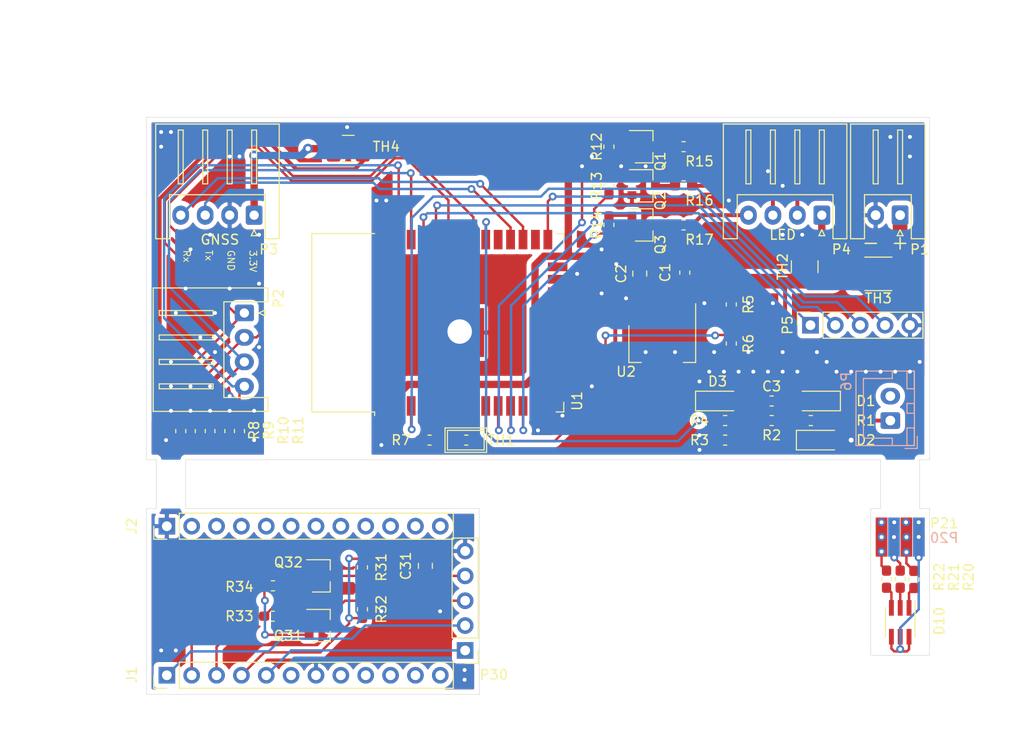
<source format=kicad_pcb>
(kicad_pcb (version 20171130) (host pcbnew "(5.1.6)-1")
  (layers (0 F.Cu signal) (31 B.Cu signal) (34 B.Paste user) (35 F.Paste user) (36 B.SilkS user) (37 F.SilkS user) (38 B.Mask user) (39 F.Mask user) (44 Edge.Cuts user))
  (net 0 "")
  (net 1 GND)
  (net 2 +12V)
  (net 3 +3V3)
  (net 4 "Net-(C31-Pad1)")
  (net 5 "Net-(D1-Pad2)")
  (net 6 "Net-(D10-Pad1)")
  (net 7 "Net-(D10-Pad2)")
  (net 8 "Net-(D10-Pad3)")
  (net 9 "Net-(D10-Pad4)")
  (net 10 /RXD)
  (net 11 VCC)
  (net 12 /RTS)
  (net 13 /DTR)
  (net 14 /TXD)
  (net 15 "Net-(P1-Pad1)")
  (net 16 /shift_4)
  (net 17 /shift_3)
  (net 18 /shift_2)
  (net 19 /shift_1)
  (net 20 /ESP32->GNSS)
  (net 21 /ESP32<-GNSS)
  (net 22 "Net-(P3-Pad1)")
  (net 23 "Net-(P4-Pad4)")
  (net 24 "Net-(P4-Pad3)")
  (net 25 "Net-(P4-Pad2)")
  (net 26 "Net-(P4-Pad1)")
  (net 27 /EN)
  (net 28 /IO0)
  (net 29 /ESP32<-PC)
  (net 30 /ESP32->PC)
  (net 31 "Net-(P6-Pad1)")
  (net 32 "Net-(P20-Pad2)")
  (net 33 "Net-(P30-Pad3)")
  (net 34 "Net-(Q1-Pad3)")
  (net 35 "Net-(Q1-Pad1)")
  (net 36 "Net-(Q2-Pad3)")
  (net 37 "Net-(Q2-Pad1)")
  (net 38 "Net-(Q3-Pad3)")
  (net 39 "Net-(Q3-Pad1)")
  (net 40 "Net-(Q31-Pad1)")
  (net 41 "Net-(Q32-Pad1)")
  (net 42 /RPM)
  (net 43 /BATT)
  (net 44 /TEMP)
  (net 45 /LED_R)
  (net 46 /LED_G)
  (net 47 /LED_B)
  (net 48 "Net-(P21-Pad1)")
  (net 49 "Net-(P21-Pad2)")
  (net 50 "Net-(C3-Pad1)")
  (module RF_Module:ESP32-WROOM-32 (layer F.Cu) (at 92.755 71 90)
    (fp_text reference U1 (at -8 11.245 90) (layer F.SilkS))
    (fp_text value ESP32-WROOM-32D)
    (pad 38 smd rect (at 8.5 -8.255 90) (size 2 0.9) (layers F.Cu F.Paste F.Mask) (net 1 GND))
    (pad 37 smd rect (at 8.5 -6.985 90) (size 2 0.9) (layers F.Cu F.Paste F.Mask) (net 16 /shift_4))
    (pad 36 smd rect (at 8.5 -5.715 90) (size 2 0.9) (layers F.Cu F.Paste F.Mask) (net 17 /shift_3))
    (pad 35 smd rect (at 8.5 -4.445 90) (size 2 0.9) (layers F.Cu F.Paste F.Mask) (net 30 /ESP32->PC))
    (pad 34 smd rect (at 8.5 -3.175 90) (size 2 0.9) (layers F.Cu F.Paste F.Mask) (net 29 /ESP32<-PC))
    (pad 33 smd rect (at 8.5 -1.905 90) (size 2 0.9) (layers F.Cu F.Paste F.Mask) (net 18 /shift_2))
    (pad 32 smd rect (at 8.5 -0.635 90) (size 2 0.9) (layers F.Cu F.Paste F.Mask))
    (pad 31 smd rect (at 8.5 0.635 90) (size 2 0.9) (layers F.Cu F.Paste F.Mask) (net 19 /shift_1))
    (pad 30 smd rect (at 8.5 1.905 90) (size 2 0.9) (layers F.Cu F.Paste F.Mask) (net 42 /RPM))
    (pad 29 smd rect (at 8.5 3.175 90) (size 2 0.9) (layers F.Cu F.Paste F.Mask))
    (pad 28 smd rect (at 8.5 4.445 90) (size 2 0.9) (layers F.Cu F.Paste F.Mask) (net 20 /ESP32->GNSS))
    (pad 27 smd rect (at 8.5 5.715 90) (size 2 0.9) (layers F.Cu F.Paste F.Mask) (net 21 /ESP32<-GNSS))
    (pad 26 smd rect (at 8.5 6.985 90) (size 2 0.9) (layers F.Cu F.Paste F.Mask))
    (pad 25 smd rect (at 8.5 8.255 90) (size 2 0.9) (layers F.Cu F.Paste F.Mask) (net 28 /IO0))
    (pad 24 smd rect (at 5.715 9.255 180) (size 2 0.9) (layers F.Cu F.Paste F.Mask))
    (pad 23 smd rect (at 4.445 9.255 180) (size 2 0.9) (layers F.Cu F.Paste F.Mask))
    (pad 22 smd rect (at 3.175 9.255 180) (size 2 0.9) (layers F.Cu F.Paste F.Mask))
    (pad 21 smd rect (at 1.905 9.255 180) (size 2 0.9) (layers F.Cu F.Paste F.Mask))
    (pad 20 smd rect (at 0.635 9.255 180) (size 2 0.9) (layers F.Cu F.Paste F.Mask))
    (pad 19 smd rect (at -0.635 9.255 180) (size 2 0.9) (layers F.Cu F.Paste F.Mask))
    (pad 18 smd rect (at -1.905 9.255 180) (size 2 0.9) (layers F.Cu F.Paste F.Mask))
    (pad 17 smd rect (at -3.175 9.255 180) (size 2 0.9) (layers F.Cu F.Paste F.Mask))
    (pad 16 smd rect (at -4.445 9.255 180) (size 2 0.9) (layers F.Cu F.Paste F.Mask))
    (pad 15 smd rect (at -5.715 9.255 180) (size 2 0.9) (layers F.Cu F.Paste F.Mask) (net 1 GND))
    (pad 14 smd rect (at -8.5 8.255 90) (size 2 0.9) (layers F.Cu F.Paste F.Mask))
    (pad 13 smd rect (at -8.5 6.985 90) (size 2 0.9) (layers F.Cu F.Paste F.Mask))
    (pad 12 smd rect (at -8.5 5.715 90) (size 2 0.9) (layers F.Cu F.Paste F.Mask) (net 47 /LED_B))
    (pad 11 smd rect (at -8.5 4.445 90) (size 2 0.9) (layers F.Cu F.Paste F.Mask) (net 46 /LED_G))
    (pad 10 smd rect (at -8.5 3.175 90) (size 2 0.9) (layers F.Cu F.Paste F.Mask) (net 45 /LED_R))
    (pad 9 smd rect (at -8.5 1.905 90) (size 2 0.9) (layers F.Cu F.Paste F.Mask) (net 43 /BATT))
    (pad 8 smd rect (at -8.5 0.635 90) (size 2 0.9) (layers F.Cu F.Paste F.Mask) (net 44 /TEMP))
    (pad 7 smd rect (at -8.5 -0.635 90) (size 2 0.9) (layers F.Cu F.Paste F.Mask))
    (pad 6 smd rect (at -8.5 -1.905 90) (size 2 0.9) (layers F.Cu F.Paste F.Mask))
    (pad 5 smd rect (at -8.5 -3.175 90) (size 2 0.9) (layers F.Cu F.Paste F.Mask))
    (pad 4 smd rect (at -8.5 -4.445 90) (size 2 0.9) (layers F.Cu F.Paste F.Mask))
    (pad 3 smd rect (at -8.5 -5.715 90) (size 2 0.9) (layers F.Cu F.Paste F.Mask) (net 27 /EN))
    (pad 2 smd rect (at -8.5 -6.985 90) (size 2 0.9) (layers F.Cu F.Paste F.Mask) (net 3 +3V3))
    (pad 1 smd rect (at -8.5 -8.255 90) (size 2 0.9) (layers F.Cu F.Paste F.Mask) (net 1 GND))
    (pad 39 smd rect (at -1 -0.755 90) (size 5 5) (layers F.Cu F.Paste F.Mask) (net 1 GND))
  )
  (module Capacitor_SMD:C_0603_1608Metric_Pad1.05x0.95mm_HandSolder (layer F.Cu) (at 123.875 79)
    (fp_text reference C3 (at 0 -1.5) (layer F.SilkS))
    (fp_text value 0.1u)
    (pad 2 smd roundrect (at 0.875 0) (size 1.05 0.95) (layers F.Cu F.Paste F.Mask) (net 1 GND))
    (pad 1 smd roundrect (at -0.875 0) (size 1.05 0.95) (layers F.Cu F.Paste F.Mask) (net 50 "Net-(C3-Pad1)"))
  )
  (module Connector_JST:JST_XH_S4B-XH-A_1x04_P2.50mm_Horizontal (layer F.Cu) (at 70 70 270)
    (fp_text reference P2 (at -1.5 -3.5 90) (layer F.SilkS))
    (fp_text value SHIFT)
    (pad 4 thru_hole oval (at 7.5 0 270) (size 1.7 1.95) (drill 0.95) (layers *.Cu *.Mask) (net 16 /shift_4))
    (pad 3 thru_hole oval (at 5 0 270) (size 1.7 1.95) (drill 0.95) (layers *.Cu *.Mask) (net 17 /shift_3))
    (pad 2 thru_hole oval (at 2.5 0 270) (size 1.7 1.95) (drill 0.95) (layers *.Cu *.Mask) (net 18 /shift_2))
    (pad 1 thru_hole roundrect (at 0 0 270) (size 1.7 1.95) (drill 0.95) (layers *.Cu *.Mask) (roundrect_rratio 0.147059) (net 19 /shift_1))
  )
  (module Connector_JST:JST_XH_B2B-XH-A_1x02_P2.50mm_Vertical (layer B.Cu) (at 136 81 90)
    (fp_text reference P6 (at 4 -4.5 90) (layer B.SilkS) (effects (justify mirror)))
    (fp_text value IG)
    (pad 2 thru_hole oval (at 2.5 0 90) (size 1.7 2) (drill 1) (layers *.Cu *.Mask))
    (pad 1 thru_hole roundrect (at 0 0 90) (size 1.7 2) (drill 1) (layers *.Cu *.Mask) (roundrect_rratio 0.147059) (net 31 "Net-(P6-Pad1)"))
  )
  (module user_library:3mmLED_ (layer F.Cu) (at 136.375 94.928 180)
    (fp_text reference P21 (at -5.125 3.428 180) (layer F.SilkS))
    (fp_text value Conn_01x02_Male)
    (pad 1 smd rect (at -1.27 2.016 180) (size 1.2 4) (layers F.Cu F.Paste F.Mask) (net 48 "Net-(P21-Pad1)"))
    (pad 2 smd rect (at 1.27 2.016 180) (size 1.2 4) (layers F.Cu F.Paste F.Mask) (net 49 "Net-(P21-Pad2)"))
  )
  (module user_library:3mmLED_ (layer B.Cu) (at 137.645 90.896 180)
    (fp_text reference P20 (at -3.855 -2.104 180) (layer B.SilkS) (effects (justify mirror)))
    (fp_text value Conn_01x02_Male)
    (pad 1 smd rect (at -1.27 -2.016 180) (size 1.2 4) (layers B.Cu B.Paste B.Mask) (net 9 "Net-(D10-Pad4)"))
    (pad 2 smd rect (at 1.27 -2.016 180) (size 1.2 4) (layers B.Cu B.Paste B.Mask) (net 32 "Net-(P20-Pad2)"))
  )
  (module Package_TO_SOT_SMD:SOT-223-3_TabPin2 (layer F.Cu) (at 112.7 73.15 270)
    (fp_text reference U2 (at 2.85 3.7 180) (layer F.SilkS))
    (fp_text value LT1129IST-3.3)
    (pad 1 smd rect (at -3.15 -2.3 270) (size 2 1.5) (layers F.Cu F.Paste F.Mask) (net 2 +12V))
    (pad 3 smd rect (at -3.15 2.3 270) (size 2 1.5) (layers F.Cu F.Paste F.Mask) (net 3 +3V3))
    (pad 2 smd rect (at -3.15 0 270) (size 2 1.5) (layers F.Cu F.Paste F.Mask) (net 1 GND))
    (pad 2 smd rect (at 3.15 0 270) (size 2 3.8) (layers F.Cu F.Paste F.Mask) (net 1 GND))
  )
  (module Resistor_SMD:R_1210_3225Metric_Pad1.42x2.65mm_HandSolder (layer F.Cu) (at 80.6125 53.2)
    (fp_text reference TH4 (at 3.8875 -0.2) (layer F.SilkS))
    (fp_text value microSMD010)
    (pad 2 smd roundrect (at 1.4875 0) (size 1.425 2.65) (layers F.Cu F.Paste F.Mask) (roundrect_rratio 0.175439) (net 3 +3V3))
    (pad 1 smd roundrect (at -1.4875 0) (size 1.425 2.65) (layers F.Cu F.Paste F.Mask) (roundrect_rratio 0.175439) (net 22 "Net-(P3-Pad1)"))
  )
  (module Resistor_SMD:R_1812_4532Metric_Pad1.30x3.40mm_HandSolder (layer F.Cu) (at 134.775 66)
    (fp_text reference TH3 (at 0 2.5) (layer F.SilkS))
    (fp_text value SMD1812P125TS)
    (pad 2 smd roundrect (at 2.225 0) (size 1.3 3.4) (layers F.Cu F.Paste F.Mask) (roundrect_rratio 0.192308) (net 15 "Net-(P1-Pad1)"))
    (pad 1 smd roundrect (at -2.225 0) (size 1.3 3.4) (layers F.Cu F.Paste F.Mask) (roundrect_rratio 0.192308) (net 2 +12V))
  )
  (module Resistor_SMD:R_1210_3225Metric_Pad1.42x2.65mm_HandSolder (layer F.Cu) (at 127.25 65.2625 270)
    (fp_text reference TH2 (at 0 2.25 90) (layer F.SilkS))
    (fp_text value microSMD010)
    (pad 2 smd roundrect (at 1.4875 0 270) (size 1.425 2.65) (layers F.Cu F.Paste F.Mask) (roundrect_rratio 0.175439) (net 2 +12V))
    (pad 1 smd roundrect (at -1.4875 0 270) (size 1.425 2.65) (layers F.Cu F.Paste F.Mask) (roundrect_rratio 0.175439) (net 26 "Net-(P4-Pad1)"))
  )
  (module Resistor_SMD:R_0603_1608Metric_Pad1.05x0.95mm_HandSolder (layer F.Cu) (at 92.675 83)
    (fp_text reference TH1 (at 3.575 0) (layer F.SilkS))
    (fp_text value Thermistor)
    (pad 2 smd roundrect (at 0.875 0) (size 1.05 0.95) (layers F.Cu F.Paste F.Mask) (net 1 GND))
    (pad 1 smd roundrect (at -0.875 0) (size 1.05 0.95) (layers F.Cu F.Paste F.Mask) (net 44 /TEMP))
  )
  (module Resistor_SMD:R_0603_1608Metric_Pad1.05x0.95mm_HandSolder (layer F.Cu) (at 72.925 97.896)
    (fp_text reference R34 (at -3.425 0.104) (layer F.SilkS))
    (fp_text value 10K)
    (pad 1 smd roundrect (at -0.875 0) (size 1.05 0.95) (layers F.Cu F.Paste F.Mask) (net 13 /DTR))
    (pad 2 smd roundrect (at 0.875 0) (size 1.05 0.95) (layers F.Cu F.Paste F.Mask) (net 41 "Net-(Q32-Pad1)"))
  )
  (module Resistor_SMD:R_0603_1608Metric_Pad1.05x0.95mm_HandSolder (layer F.Cu) (at 72.9 101 180)
    (fp_text reference R33 (at 3.4 0) (layer F.SilkS))
    (fp_text value 10K)
    (pad 1 smd roundrect (at -0.875 0 180) (size 1.05 0.95) (layers F.Cu F.Paste F.Mask) (net 40 "Net-(Q31-Pad1)"))
    (pad 2 smd roundrect (at 0.875 0 180) (size 1.05 0.95) (layers F.Cu F.Paste F.Mask) (net 12 /RTS))
  )
  (module Resistor_SMD:R_0603_1608Metric_Pad1.05x0.95mm_HandSolder (layer F.Cu) (at 82.07 100.295 90)
    (fp_text reference R32 (at 0 1.93 90) (layer F.SilkS))
    (fp_text value 10K)
    (pad 1 smd roundrect (at -0.875 0 90) (size 1.05 0.95) (layers F.Cu F.Paste F.Mask) (net 11 VCC))
    (pad 2 smd roundrect (at 0.875 0 90) (size 1.05 0.95) (layers F.Cu F.Paste F.Mask) (net 33 "Net-(P30-Pad3)"))
  )
  (module Resistor_SMD:R_0603_1608Metric_Pad1.05x0.95mm_HandSolder (layer F.Cu) (at 82.07 96.005 270)
    (fp_text reference R31 (at 0 -1.93 90) (layer F.SilkS))
    (fp_text value 10K)
    (pad 1 smd roundrect (at -0.875 0 270) (size 1.05 0.95) (layers F.Cu F.Paste F.Mask) (net 11 VCC))
    (pad 2 smd roundrect (at 0.875 0 270) (size 1.05 0.95) (layers F.Cu F.Paste F.Mask) (net 4 "Net-(C31-Pad1)"))
  )
  (module Resistor_SMD:R_0603_1608Metric_Pad1.05x0.95mm_HandSolder (layer F.Cu) (at 135.613 97.216 90)
    (fp_text reference R22 (at 0.216 5.387 90) (layer F.SilkS))
    (fp_text value 600)
    (pad 1 smd roundrect (at -0.875 0 90) (size 1.05 0.95) (layers F.Cu F.Paste F.Mask) (net 8 "Net-(D10-Pad3)"))
    (pad 2 smd roundrect (at 0.875 0 90) (size 1.05 0.95) (layers F.Cu F.Paste F.Mask) (net 49 "Net-(P21-Pad2)"))
  )
  (module Resistor_SMD:R_0603_1608Metric_Pad1.05x0.95mm_HandSolder (layer F.Cu) (at 137.01 97.216 90)
    (fp_text reference R21 (at 0.216 5.49 90) (layer F.SilkS))
    (fp_text value 600)
    (pad 1 smd roundrect (at -0.875 0 90) (size 1.05 0.95) (layers F.Cu F.Paste F.Mask) (net 7 "Net-(D10-Pad2)"))
    (pad 2 smd roundrect (at 0.875 0 90) (size 1.05 0.95) (layers F.Cu F.Paste F.Mask) (net 32 "Net-(P20-Pad2)"))
  )
  (module Resistor_SMD:R_0603_1608Metric_Pad1.05x0.95mm_HandSolder (layer F.Cu) (at 138.407 97.244 90)
    (fp_text reference R20 (at 0.244 5.593 90) (layer F.SilkS))
    (fp_text value 600)
    (pad 1 smd roundrect (at -0.875 0 90) (size 1.05 0.95) (layers F.Cu F.Paste F.Mask) (net 6 "Net-(D10-Pad1)"))
    (pad 2 smd roundrect (at 0.875 0 90) (size 1.05 0.95) (layers F.Cu F.Paste F.Mask) (net 48 "Net-(P21-Pad1)"))
  )
  (module Resistor_SMD:R_0603_1608Metric_Pad1.05x0.95mm_HandSolder (layer F.Cu) (at 114.875 61 180)
    (fp_text reference R17 (at -1.625 -1.5) (layer F.SilkS))
    (fp_text value 600)
    (pad 2 smd roundrect (at 0.875 0 180) (size 1.05 0.95) (layers F.Cu F.Paste F.Mask) (net 38 "Net-(Q3-Pad3)"))
    (pad 1 smd roundrect (at -0.875 0 180) (size 1.05 0.95) (layers F.Cu F.Paste F.Mask) (net 23 "Net-(P4-Pad4)"))
  )
  (module Resistor_SMD:R_0603_1608Metric_Pad1.05x0.95mm_HandSolder (layer F.Cu) (at 114.875 57 180)
    (fp_text reference R16 (at -1.625 -1.5) (layer F.SilkS))
    (fp_text value 600)
    (pad 2 smd roundrect (at 0.875 0 180) (size 1.05 0.95) (layers F.Cu F.Paste F.Mask) (net 36 "Net-(Q2-Pad3)"))
    (pad 1 smd roundrect (at -0.875 0 180) (size 1.05 0.95) (layers F.Cu F.Paste F.Mask) (net 24 "Net-(P4-Pad3)"))
  )
  (module Resistor_SMD:R_0603_1608Metric_Pad1.05x0.95mm_HandSolder (layer F.Cu) (at 114.875 53 180)
    (fp_text reference R15 (at -1.625 -1.5) (layer F.SilkS))
    (fp_text value 600)
    (pad 2 smd roundrect (at 0.875 0 180) (size 1.05 0.95) (layers F.Cu F.Paste F.Mask) (net 34 "Net-(Q1-Pad3)"))
    (pad 1 smd roundrect (at -0.875 0 180) (size 1.05 0.95) (layers F.Cu F.Paste F.Mask) (net 25 "Net-(P4-Pad2)"))
  )
  (module Resistor_SMD:R_0603_1608Metric_Pad1.05x0.95mm_HandSolder (layer F.Cu) (at 107.25 61 270)
    (fp_text reference R14 (at 0 1.25 90) (layer F.SilkS))
    (fp_text value 4.7K)
    (pad 2 smd roundrect (at 0.875 0 270) (size 1.05 0.95) (layers F.Cu F.Paste F.Mask) (net 47 /LED_B))
    (pad 1 smd roundrect (at -0.875 0 270) (size 1.05 0.95) (layers F.Cu F.Paste F.Mask) (net 39 "Net-(Q3-Pad1)"))
  )
  (module Resistor_SMD:R_0603_1608Metric_Pad1.05x0.95mm_HandSolder (layer F.Cu) (at 107.25 57 270)
    (fp_text reference R13 (at 0 1.25 90) (layer F.SilkS))
    (fp_text value 4.7K)
    (pad 2 smd roundrect (at 0.875 0 270) (size 1.05 0.95) (layers F.Cu F.Paste F.Mask) (net 46 /LED_G))
    (pad 1 smd roundrect (at -0.875 0 270) (size 1.05 0.95) (layers F.Cu F.Paste F.Mask) (net 37 "Net-(Q2-Pad1)"))
  )
  (module Resistor_SMD:R_0603_1608Metric_Pad1.05x0.95mm_HandSolder (layer F.Cu) (at 107.25 53 270)
    (fp_text reference R12 (at 0 1.25 90) (layer F.SilkS))
    (fp_text value 4.7K)
    (pad 2 smd roundrect (at 0.875 0 270) (size 1.05 0.95) (layers F.Cu F.Paste F.Mask) (net 45 /LED_R))
    (pad 1 smd roundrect (at -0.875 0 270) (size 1.05 0.95) (layers F.Cu F.Paste F.Mask) (net 35 "Net-(Q1-Pad1)"))
  )
  (module Resistor_SMD:R_0603_1608Metric_Pad1.05x0.95mm_HandSolder (layer F.Cu) (at 69.5 82.075 90)
    (fp_text reference R11 (at 0.075 6 90) (layer F.SilkS))
    (fp_text value 1K)
    (pad 2 smd roundrect (at 0.875 0 90) (size 1.05 0.95) (layers F.Cu F.Paste F.Mask) (net 16 /shift_4))
    (pad 1 smd roundrect (at -0.875 0 90) (size 1.05 0.95) (layers F.Cu F.Paste F.Mask) (net 3 +3V3))
  )
  (module Resistor_SMD:R_0603_1608Metric_Pad1.05x0.95mm_HandSolder (layer F.Cu) (at 67.5 82.075 90)
    (fp_text reference R10 (at 0.075 6.5 90) (layer F.SilkS))
    (fp_text value 1K)
    (pad 2 smd roundrect (at 0.875 0 90) (size 1.05 0.95) (layers F.Cu F.Paste F.Mask) (net 17 /shift_3))
    (pad 1 smd roundrect (at -0.875 0 90) (size 1.05 0.95) (layers F.Cu F.Paste F.Mask) (net 3 +3V3))
  )
  (module Resistor_SMD:R_0603_1608Metric_Pad1.05x0.95mm_HandSolder (layer F.Cu) (at 65.5 82.075 90)
    (fp_text reference R9 (at 0.075 7 90) (layer F.SilkS))
    (fp_text value 1K)
    (pad 2 smd roundrect (at 0.875 0 90) (size 1.05 0.95) (layers F.Cu F.Paste F.Mask) (net 18 /shift_2))
    (pad 1 smd roundrect (at -0.875 0 90) (size 1.05 0.95) (layers F.Cu F.Paste F.Mask) (net 3 +3V3))
  )
  (module Resistor_SMD:R_0603_1608Metric_Pad1.05x0.95mm_HandSolder (layer F.Cu) (at 63.5 82.075 90)
    (fp_text reference R8 (at 0.075 7.5 90) (layer F.SilkS))
    (fp_text value 1K)
    (pad 2 smd roundrect (at 0.875 0 90) (size 1.05 0.95) (layers F.Cu F.Paste F.Mask) (net 19 /shift_1))
    (pad 1 smd roundrect (at -0.875 0 90) (size 1.05 0.95) (layers F.Cu F.Paste F.Mask) (net 3 +3V3))
  )
  (module Resistor_SMD:R_0603_1608Metric_Pad1.05x0.95mm_HandSolder (layer F.Cu) (at 88.925 83)
    (fp_text reference R7 (at -2.925 0) (layer F.SilkS))
    (fp_text value 10K)
    (pad 2 smd roundrect (at 0.875 0) (size 1.05 0.95) (layers F.Cu F.Paste F.Mask) (net 44 /TEMP))
    (pad 1 smd roundrect (at -0.875 0) (size 1.05 0.95) (layers F.Cu F.Paste F.Mask) (net 3 +3V3))
  )
  (module Resistor_SMD:R_0603_1608Metric_Pad1.05x0.95mm_HandSolder (layer F.Cu) (at 119.75 73.125 270)
    (fp_text reference R6 (at 0 -1.75 90) (layer F.SilkS))
    (fp_text value 4.7K)
    (pad 1 smd roundrect (at -0.875 0 270) (size 1.05 0.95) (layers F.Cu F.Paste F.Mask) (net 43 /BATT))
    (pad 2 smd roundrect (at 0.875 0 270) (size 1.05 0.95) (layers F.Cu F.Paste F.Mask) (net 1 GND))
  )
  (module Resistor_SMD:R_0603_1608Metric_Pad1.05x0.95mm_HandSolder (layer F.Cu) (at 119.75 69.125 270)
    (fp_text reference R5 (at 0 -1.75 90) (layer F.SilkS))
    (fp_text value 22K)
    (pad 2 smd roundrect (at 0.875 0 270) (size 1.05 0.95) (layers F.Cu F.Paste F.Mask) (net 43 /BATT))
    (pad 1 smd roundrect (at -0.875 0 270) (size 1.05 0.95) (layers F.Cu F.Paste F.Mask) (net 2 +12V))
  )
  (module Resistor_SMD:R_0603_1608Metric_Pad1.05x0.95mm_HandSolder (layer F.Cu) (at 119.125 81 180)
    (fp_text reference R4 (at 2.625 0) (layer F.SilkS))
    (fp_text value 4.7K)
    (pad 2 smd roundrect (at 0.875 0 180) (size 1.05 0.95) (layers F.Cu F.Paste F.Mask) (net 42 /RPM))
    (pad 1 smd roundrect (at -0.875 0 180) (size 1.05 0.95) (layers F.Cu F.Paste F.Mask) (net 50 "Net-(C3-Pad1)"))
  )
  (module Resistor_SMD:R_0603_1608Metric_Pad1.05x0.95mm_HandSolder (layer F.Cu) (at 119.125 83 180)
    (fp_text reference R3 (at 2.625 0) (layer F.SilkS))
    (fp_text value 10K)
    (pad 2 smd roundrect (at 0.875 0 180) (size 1.05 0.95) (layers F.Cu F.Paste F.Mask) (net 1 GND))
    (pad 1 smd roundrect (at -0.875 0 180) (size 1.05 0.95) (layers F.Cu F.Paste F.Mask) (net 50 "Net-(C3-Pad1)"))
  )
  (module Resistor_SMD:R_0603_1608Metric_Pad1.05x0.95mm_HandSolder (layer F.Cu) (at 123.875 81 180)
    (fp_text reference R2 (at 0 -1.5) (layer F.SilkS))
    (fp_text value 22K)
    (pad 2 smd roundrect (at 0.875 0 180) (size 1.05 0.95) (layers F.Cu F.Paste F.Mask) (net 50 "Net-(C3-Pad1)"))
    (pad 1 smd roundrect (at -0.875 0 180) (size 1.05 0.95) (layers F.Cu F.Paste F.Mask) (net 5 "Net-(D1-Pad2)"))
  )
  (module Resistor_SMD:R_0603_1608Metric_Pad1.05x0.95mm_HandSolder (layer F.Cu) (at 127.875 81 180)
    (fp_text reference R1 (at -5.625 0) (layer F.SilkS))
    (fp_text value 20K)
    (pad 2 smd roundrect (at 0.875 0 180) (size 1.05 0.95) (layers F.Cu F.Paste F.Mask) (net 5 "Net-(D1-Pad2)"))
    (pad 1 smd roundrect (at -0.875 0 180) (size 1.05 0.95) (layers F.Cu F.Paste F.Mask) (net 31 "Net-(P6-Pad1)"))
  )
  (module Package_TO_SOT_SMD:SC-59 (layer F.Cu) (at 77.822 96.88)
    (fp_text reference Q32 (at -3.322 -1.38) (layer F.SilkS))
    (fp_text value 2SC2712)
    (pad 1 smd rect (at -1.2 -0.95) (size 0.9 0.8) (layers F.Cu F.Paste F.Mask) (net 41 "Net-(Q32-Pad1)"))
    (pad 2 smd rect (at -1.2 0.95) (size 0.9 0.8) (layers F.Cu F.Paste F.Mask) (net 12 /RTS))
    (pad 3 smd rect (at 1.2 0) (size 0.9 0.8) (layers F.Cu F.Paste F.Mask) (net 4 "Net-(C31-Pad1)"))
  )
  (module Package_TO_SOT_SMD:SC-59 (layer F.Cu) (at 77.822 101.96)
    (fp_text reference Q31 (at -3.322 1.04 180) (layer F.SilkS))
    (fp_text value 2SC2712)
    (pad 1 smd rect (at -1.2 -0.95) (size 0.9 0.8) (layers F.Cu F.Paste F.Mask) (net 40 "Net-(Q31-Pad1)"))
    (pad 2 smd rect (at -1.2 0.95) (size 0.9 0.8) (layers F.Cu F.Paste F.Mask) (net 13 /DTR))
    (pad 3 smd rect (at 1.2 0) (size 0.9 0.8) (layers F.Cu F.Paste F.Mask) (net 33 "Net-(P30-Pad3)"))
  )
  (module Package_TO_SOT_SMD:SC-59 (layer F.Cu) (at 110.8 61)
    (fp_text reference Q3 (at 1.7 2 90) (layer F.SilkS))
    (fp_text value 2SC3325)
    (pad 3 smd rect (at 1.2 0) (size 0.9 0.8) (layers F.Cu F.Paste F.Mask) (net 38 "Net-(Q3-Pad3)"))
    (pad 2 smd rect (at -1.2 0.95) (size 0.9 0.8) (layers F.Cu F.Paste F.Mask) (net 1 GND))
    (pad 1 smd rect (at -1.2 -0.95) (size 0.9 0.8) (layers F.Cu F.Paste F.Mask) (net 39 "Net-(Q3-Pad1)"))
  )
  (module Package_TO_SOT_SMD:SC-59 (layer F.Cu) (at 110.8 57)
    (fp_text reference Q2 (at 1.7 1.5 90) (layer F.SilkS))
    (fp_text value 2SC3325)
    (pad 3 smd rect (at 1.2 0) (size 0.9 0.8) (layers F.Cu F.Paste F.Mask) (net 36 "Net-(Q2-Pad3)"))
    (pad 2 smd rect (at -1.2 0.95) (size 0.9 0.8) (layers F.Cu F.Paste F.Mask) (net 1 GND))
    (pad 1 smd rect (at -1.2 -0.95) (size 0.9 0.8) (layers F.Cu F.Paste F.Mask) (net 37 "Net-(Q2-Pad1)"))
  )
  (module Package_TO_SOT_SMD:SC-59 (layer F.Cu) (at 110.8 53)
    (fp_text reference Q1 (at 1.7 1.5 90) (layer F.SilkS))
    (fp_text value 2SC3325)
    (pad 3 smd rect (at 1.2 0) (size 0.9 0.8) (layers F.Cu F.Paste F.Mask) (net 34 "Net-(Q1-Pad3)"))
    (pad 2 smd rect (at -1.2 0.95) (size 0.9 0.8) (layers F.Cu F.Paste F.Mask) (net 1 GND))
    (pad 1 smd rect (at -1.2 -0.95) (size 0.9 0.8) (layers F.Cu F.Paste F.Mask) (net 35 "Net-(Q1-Pad1)"))
  )
  (module Connector_PinHeader_2.54mm:PinHeader_1x05_P2.54mm_Vertical (layer F.Cu) (at 92.56 104.5 180)
    (fp_text reference P30 (at -2.94 -2.5) (layer F.SilkS))
    (fp_text value Debug)
    (pad 1 thru_hole rect (at 0 0 180) (size 1.7 1.7) (drill 1) (layers *.Cu *.Mask) (net 10 /RXD))
    (pad 2 thru_hole oval (at 0 2.54 180) (size 1.7 1.7) (drill 1) (layers *.Cu *.Mask) (net 14 /TXD))
    (pad 3 thru_hole oval (at 0 5.08 180) (size 1.7 1.7) (drill 1) (layers *.Cu *.Mask) (net 33 "Net-(P30-Pad3)"))
    (pad 4 thru_hole oval (at 0 7.62 180) (size 1.7 1.7) (drill 1) (layers *.Cu *.Mask) (net 4 "Net-(C31-Pad1)"))
    (pad 5 thru_hole oval (at 0 10.16 180) (size 1.7 1.7) (drill 1) (layers *.Cu *.Mask) (net 1 GND))
  )
  (module Connector_PinSocket_2.54mm:PinSocket_1x05_P2.54mm_Vertical (layer F.Cu) (at 127.84 71.25 90)
    (fp_text reference P5 (at 0 -2.34 90) (layer F.SilkS))
    (fp_text value Debug)
    (pad 5 thru_hole oval (at 0 10.16 90) (size 1.7 1.7) (drill 1) (layers *.Cu *.Mask) (net 1 GND))
    (pad 4 thru_hole oval (at 0 7.62 90) (size 1.7 1.7) (drill 1) (layers *.Cu *.Mask) (net 27 /EN))
    (pad 3 thru_hole oval (at 0 5.08 90) (size 1.7 1.7) (drill 1) (layers *.Cu *.Mask) (net 28 /IO0))
    (pad 2 thru_hole oval (at 0 2.54 90) (size 1.7 1.7) (drill 1) (layers *.Cu *.Mask) (net 29 /ESP32<-PC))
    (pad 1 thru_hole rect (at 0 0 90) (size 1.7 1.7) (drill 1) (layers *.Cu *.Mask) (net 30 /ESP32->PC))
  )
  (module Connector_JST:JST_XH_S4B-XH-A_1x04_P2.50mm_Horizontal (layer F.Cu) (at 129 60 180)
    (fp_text reference P4 (at -2 -3.5) (layer F.SilkS))
    (fp_text value LED)
    (pad 4 thru_hole oval (at 7.5 0 180) (size 1.7 1.95) (drill 0.95) (layers *.Cu *.Mask) (net 23 "Net-(P4-Pad4)"))
    (pad 3 thru_hole oval (at 5 0 180) (size 1.7 1.95) (drill 0.95) (layers *.Cu *.Mask) (net 24 "Net-(P4-Pad3)"))
    (pad 2 thru_hole oval (at 2.5 0 180) (size 1.7 1.95) (drill 0.95) (layers *.Cu *.Mask) (net 25 "Net-(P4-Pad2)"))
    (pad 1 thru_hole roundrect (at 0 0 180) (size 1.7 1.95) (drill 0.95) (layers *.Cu *.Mask) (roundrect_rratio 0.147059) (net 26 "Net-(P4-Pad1)"))
  )
  (module Connector_JST:JST_XH_S4B-XH-A_1x04_P2.50mm_Horizontal (layer F.Cu) (at 71 60 180)
    (fp_text reference P3 (at -1.5 -3.5) (layer F.SilkS))
    (fp_text value GNSS)
    (pad 1 thru_hole roundrect (at 0 0 180) (size 1.7 1.95) (drill 0.95) (layers *.Cu *.Mask) (roundrect_rratio 0.147059) (net 22 "Net-(P3-Pad1)"))
    (pad 2 thru_hole oval (at 2.5 0 180) (size 1.7 1.95) (drill 0.95) (layers *.Cu *.Mask) (net 1 GND))
    (pad 3 thru_hole oval (at 5 0 180) (size 1.7 1.95) (drill 0.95) (layers *.Cu *.Mask) (net 20 /ESP32->GNSS))
    (pad 4 thru_hole oval (at 7.5 0 180) (size 1.7 1.95) (drill 0.95) (layers *.Cu *.Mask) (net 21 /ESP32<-GNSS))
  )
  (module Connector_JST:JST_XH_S2B-XH-A_1x02_P2.50mm_Horizontal (layer F.Cu) (at 137 60 180)
    (fp_text reference P1 (at -2 -3.5) (layer F.SilkS))
    (fp_text value Power)
    (pad 2 thru_hole oval (at 2.5 0 180) (size 1.7 2) (drill 1) (layers *.Cu *.Mask) (net 1 GND))
    (pad 1 thru_hole roundrect (at 0 0 180) (size 1.7 2) (drill 1) (layers *.Cu *.Mask) (roundrect_rratio 0.147059) (net 15 "Net-(P1-Pad1)"))
  )
  (module Connector_PinHeader_2.54mm:PinHeader_1x12_P2.54mm_Vertical (layer F.Cu) (at 62.08 91.8 90)
    (fp_text reference J2 (at 0 -3.58 90) (layer F.SilkS))
    (fp_text value UM232R)
    (pad 1 thru_hole rect (at 0 0 90) (size 1.7 1.7) (drill 1) (layers *.Cu *.Mask) (net 1 GND))
    (pad 2 thru_hole oval (at 0 2.54 90) (size 1.7 1.7) (drill 1) (layers *.Cu *.Mask))
    (pad 3 thru_hole oval (at 0 5.08 90) (size 1.7 1.7) (drill 1) (layers *.Cu *.Mask))
    (pad 4 thru_hole oval (at 0 7.62 90) (size 1.7 1.7) (drill 1) (layers *.Cu *.Mask))
    (pad 5 thru_hole oval (at 0 10.16 90) (size 1.7 1.7) (drill 1) (layers *.Cu *.Mask))
    (pad 6 thru_hole oval (at 0 12.7 90) (size 1.7 1.7) (drill 1) (layers *.Cu *.Mask))
    (pad 7 thru_hole oval (at 0 15.24 90) (size 1.7 1.7) (drill 1) (layers *.Cu *.Mask))
    (pad 8 thru_hole oval (at 0 17.78 90) (size 1.7 1.7) (drill 1) (layers *.Cu *.Mask))
    (pad 9 thru_hole oval (at 0 20.32 90) (size 1.7 1.7) (drill 1) (layers *.Cu *.Mask))
    (pad 10 thru_hole oval (at 0 22.86 90) (size 1.7 1.7) (drill 1) (layers *.Cu *.Mask))
    (pad 11 thru_hole oval (at 0 25.4 90) (size 1.7 1.7) (drill 1) (layers *.Cu *.Mask))
    (pad 12 thru_hole oval (at 0 27.94 90) (size 1.7 1.7) (drill 1) (layers *.Cu *.Mask))
  )
  (module Connector_PinHeader_2.54mm:PinHeader_1x12_P2.54mm_Vertical (layer F.Cu) (at 62.08 107.04 90)
    (fp_text reference J1 (at 0.04 -3.58 90) (layer F.SilkS))
    (fp_text value UM232R)
    (pad 1 thru_hole rect (at 0 0 90) (size 1.7 1.7) (drill 1) (layers *.Cu *.Mask) (net 14 /TXD))
    (pad 2 thru_hole oval (at 0 2.54 90) (size 1.7 1.7) (drill 1) (layers *.Cu *.Mask) (net 13 /DTR))
    (pad 3 thru_hole oval (at 0 5.08 90) (size 1.7 1.7) (drill 1) (layers *.Cu *.Mask) (net 12 /RTS))
    (pad 4 thru_hole oval (at 0 7.62 90) (size 1.7 1.7) (drill 1) (layers *.Cu *.Mask) (net 11 VCC))
    (pad 5 thru_hole oval (at 0 10.16 90) (size 1.7 1.7) (drill 1) (layers *.Cu *.Mask) (net 10 /RXD))
    (pad 6 thru_hole oval (at 0 12.7 90) (size 1.7 1.7) (drill 1) (layers *.Cu *.Mask))
    (pad 7 thru_hole oval (at 0 15.24 90) (size 1.7 1.7) (drill 1) (layers *.Cu *.Mask) (net 1 GND))
    (pad 8 thru_hole oval (at 0 17.78 90) (size 1.7 1.7) (drill 1) (layers *.Cu *.Mask))
    (pad 9 thru_hole oval (at 0 20.32 90) (size 1.7 1.7) (drill 1) (layers *.Cu *.Mask))
    (pad 10 thru_hole oval (at 0 22.86 90) (size 1.7 1.7) (drill 1) (layers *.Cu *.Mask))
    (pad 11 thru_hole oval (at 0 25.4 90) (size 1.7 1.7) (drill 1) (layers *.Cu *.Mask))
    (pad 12 thru_hole oval (at 0 27.94 90) (size 1.7 1.7) (drill 1) (layers *.Cu *.Mask))
  )
  (module LED_SMD:LED_Avago_PLCC6_3x2.8mm (layer F.Cu) (at 137.01 101.626 270)
    (fp_text reference D10 (at -0.126 -3.99 90) (layer F.SilkS))
    (fp_text value SDEF0500BC1)
    (pad 6 smd rect (at 1.475 -0.9 270) (size 1.6 0.5) (layers F.Cu F.Paste F.Mask) (net 9 "Net-(D10-Pad4)"))
    (pad 5 smd rect (at 1.475 0 270) (size 1.6 0.5) (layers F.Cu F.Paste F.Mask) (net 9 "Net-(D10-Pad4)"))
    (pad 4 smd rect (at 1.475 0.9 270) (size 1.6 0.5) (layers F.Cu F.Paste F.Mask) (net 9 "Net-(D10-Pad4)"))
    (pad 3 smd rect (at -1.475 0.9 270) (size 1.6 0.5) (layers F.Cu F.Paste F.Mask) (net 8 "Net-(D10-Pad3)"))
    (pad 2 smd rect (at -1.475 0 270) (size 1.6 0.5) (layers F.Cu F.Paste F.Mask) (net 7 "Net-(D10-Pad2)"))
    (pad 1 smd rect (at -1.475 -0.9 270) (size 1.6 0.5) (layers F.Cu F.Paste F.Mask) (net 6 "Net-(D10-Pad1)"))
  )
  (module Diode_SMD:D_SOD-123 (layer F.Cu) (at 118.35 79)
    (fp_text reference D3 (at 0 -2) (layer F.SilkS))
    (fp_text value RB160M-30TR)
    (pad 2 smd rect (at 1.65 0) (size 0.9 1.2) (layers F.Cu F.Paste F.Mask) (net 50 "Net-(C3-Pad1)"))
    (pad 1 smd rect (at -1.65 0) (size 0.9 1.2) (layers F.Cu F.Paste F.Mask) (net 3 +3V3))
  )
  (module Diode_SMD:D_SOD-123 (layer F.Cu) (at 128.65 83)
    (fp_text reference D2 (at 4.85 0) (layer F.SilkS))
    (fp_text value GS1010FL)
    (pad 2 smd rect (at 1.65 0) (size 0.9 1.2) (layers F.Cu F.Paste F.Mask) (net 1 GND))
    (pad 1 smd rect (at -1.65 0) (size 0.9 1.2) (layers F.Cu F.Paste F.Mask) (net 5 "Net-(D1-Pad2)"))
  )
  (module Diode_SMD:D_SOD-123 (layer F.Cu) (at 128.65 79 180)
    (fp_text reference D1 (at -4.85 0) (layer F.SilkS))
    (fp_text value GS1010FL)
    (pad 2 smd rect (at 1.65 0 180) (size 0.9 1.2) (layers F.Cu F.Paste F.Mask) (net 5 "Net-(D1-Pad2)"))
    (pad 1 smd rect (at -1.65 0 180) (size 0.9 1.2) (layers F.Cu F.Paste F.Mask) (net 2 +12V))
  )
  (module Capacitor_SMD:C_0805_2012Metric_Pad1.15x1.40mm_HandSolder (layer F.Cu) (at 88.496 95.855 90)
    (fp_text reference C31 (at 0 -1.996 90) (layer F.SilkS))
    (fp_text value 0.47u)
    (pad 1 smd roundrect (at -1.025 0 90) (size 1.15 1.4) (layers F.Cu F.Paste F.Mask) (roundrect_rratio 0.217391) (net 4 "Net-(C31-Pad1)"))
    (pad 2 smd roundrect (at 1.025 0 90) (size 1.15 1.4) (layers F.Cu F.Paste F.Mask) (roundrect_rratio 0.217391) (net 1 GND))
  )
  (module Capacitor_SMD:C_0805_2012Metric_Pad1.15x1.40mm_HandSolder (layer F.Cu) (at 110.4 65.975 90)
    (fp_text reference C2 (at -0.025 -1.9 90) (layer F.SilkS))
    (fp_text value 10u)
    (pad 2 smd roundrect (at 1.025 0 90) (size 1.15 1.4) (layers F.Cu F.Paste F.Mask) (roundrect_rratio 0.217391) (net 1 GND))
    (pad 1 smd roundrect (at -1.025 0 90) (size 1.15 1.4) (layers F.Cu F.Paste F.Mask) (roundrect_rratio 0.217391) (net 3 +3V3))
  )
  (module Capacitor_SMD:C_0603_1608Metric_Pad1.05x0.95mm_HandSolder (layer F.Cu) (at 115 65.875 90)
    (fp_text reference C1 (at 0 -2 90) (layer F.SilkS))
    (fp_text value 0.1u)
    (pad 2 smd roundrect (at 0.875 0 90) (size 1.05 0.95) (layers F.Cu F.Paste F.Mask) (net 1 GND))
    (pad 1 smd roundrect (at -0.875 0 90) (size 1.05 0.95) (layers F.Cu F.Paste F.Mask) (net 2 +12V))
  )
  (gr_line (start 90.5 81.75) (end 90.5 82) (layer F.SilkS) (width 0.12))
  (gr_line (start 94.75 81.75) (end 90.5 81.75) (layer F.SilkS) (width 0.12))
  (gr_line (start 94.75 84.25) (end 94.75 81.75) (layer F.SilkS) (width 0.12))
  (gr_line (start 90.5 84.25) (end 94.75 84.25) (layer F.SilkS) (width 0.12))
  (gr_line (start 90.5 82) (end 90.5 84.25) (layer F.SilkS) (width 0.12))
  (gr_line (start 94.5 82) (end 90.75 82) (layer F.SilkS) (width 0.12))
  (gr_line (start 94.5 84) (end 94.5 82) (layer F.SilkS) (width 0.12))
  (gr_line (start 90.75 84) (end 94.5 84) (layer F.SilkS) (width 0.12))
  (gr_line (start 90.75 82) (end 90.75 84) (layer F.SilkS) (width 0.12))
  (gr_text "3.3V\n\nGND\n\nTx\n\nRx" (at 67.5 63.5 270) (layer F.SilkS) (effects (font (size 0.7 0.7) (thickness 0.1)) (justify left)))
  (gr_text GNSS (at 67.5 62.5) (layer F.SilkS) (effects (font (size 1 1))))
  (gr_text "+ -" (at 135.5 63 180) (layer F.SilkS) (effects (font (size 1.5 1.5))))
  (gr_text LED (at 125 62) (layer F.SilkS) (effects (font (size 1 1))))
  (gr_line (start 64 85) (end 135 85) (layer Edge.Cuts) (width 0.05))
  (gr_line (start 64 90) (end 64 85) (layer Edge.Cuts) (width 0.05))
  (gr_line (start 94 90) (end 64 90) (layer Edge.Cuts) (width 0.05))
  (gr_line (start 61 90) (end 60 90) (layer Edge.Cuts) (width 0.05))
  (gr_line (start 61 85) (end 61 90) (layer Edge.Cuts) (width 0.05))
  (gr_line (start 60 85) (end 61 85) (layer Edge.Cuts) (width 0.05))
  (gr_line (start 139 85) (end 140 85) (layer Edge.Cuts) (width 0.05))
  (gr_line (start 139 90) (end 139 85) (layer Edge.Cuts) (width 0.05))
  (gr_line (start 140 90) (end 139 90) (layer Edge.Cuts) (width 0.05))
  (gr_line (start 135 90) (end 134 90) (layer Edge.Cuts) (width 0.05))
  (gr_line (start 135 85) (end 135 90) (layer Edge.Cuts) (width 0.05))
  (gr_line (start 140 105) (end 134 105) (layer Edge.Cuts) (width 0.05))
  (gr_line (start 140 90) (end 140 105) (layer Edge.Cuts) (width 0.05))
  (gr_line (start 94 109) (end 94 90) (layer Edge.Cuts) (width 0.05))
  (gr_line (start 60 109) (end 94 109) (layer Edge.Cuts) (width 0.05))
  (gr_line (start 60 90) (end 60 109) (layer Edge.Cuts) (width 0.05))
  (gr_line (start 134 90) (end 134 105) (layer Edge.Cuts) (width 0.05))
  (gr_line (start 60 85) (end 60 50) (layer Edge.Cuts) (width 0.05))
  (gr_line (start 140 50) (end 140 85) (layer Edge.Cuts) (width 0.05))
  (gr_line (start 60 50) (end 140 50) (layer Edge.Cuts) (width 0.05))
  (via (at 92 71.9) (size 4) (drill 2.5) (layers F.Cu B.Cu) (net 1))
  (via (at 62 83) (size 0.8) (drill 0.4) (layers F.Cu B.Cu) (net 1))
  (via (at 71 83) (size 0.8) (drill 0.4) (layers F.Cu B.Cu) (net 1))
  (via (at 62.5 77.5) (size 0.8) (drill 0.4) (layers F.Cu B.Cu) (net 1))
  (via (at 62.5 75) (size 0.8) (drill 0.4) (layers F.Cu B.Cu) (net 1))
  (via (at 62.5 80) (size 0.8) (drill 0.4) (layers F.Cu B.Cu) (net 1))
  (via (at 63 70) (size 0.8) (drill 0.4) (layers F.Cu B.Cu) (net 1))
  (via (at 65.5 72.5) (size 0.8) (drill 0.4) (layers F.Cu B.Cu) (net 1))
  (via (at 64.5 77.5) (size 0.8) (drill 0.4) (layers F.Cu B.Cu) (net 1))
  (via (at 67 74) (size 0.8) (drill 0.4) (layers F.Cu B.Cu) (net 1))
  (via (at 64.5 80) (size 0.8) (drill 0.4) (layers F.Cu B.Cu) (net 1))
  (via (at 66.5 80) (size 0.8) (drill 0.4) (layers F.Cu B.Cu) (net 1))
  (via (at 66.5 77.5) (size 0.8) (drill 0.4) (layers F.Cu B.Cu) (net 1))
  (via (at 68.5 80) (size 0.8) (drill 0.4) (layers F.Cu B.Cu) (net 1))
  (via (at 68.5 78.5) (size 0.8) (drill 0.4) (layers F.Cu B.Cu) (net 1))
  (via (at 71 80) (size 0.8) (drill 0.4) (layers F.Cu B.Cu) (net 1))
  (via (at 71.5 73.5) (size 0.8) (drill 0.4) (layers F.Cu B.Cu) (net 1))
  (via (at 64 67.5) (size 0.8) (drill 0.4) (layers F.Cu B.Cu) (net 1))
  (via (at 67 70) (size 0.8) (drill 0.4) (layers F.Cu B.Cu) (net 1))
  (via (at 68.5 67.5) (size 0.8) (drill 0.4) (layers F.Cu B.Cu) (net 1))
  (via (at 64.5 63.5) (size 0.8) (drill 0.4) (layers F.Cu B.Cu) (net 1))
  (via (at 71.5 67) (size 0.8) (drill 0.4) (layers F.Cu B.Cu) (net 1))
  (via (at 66.5 62) (size 0.8) (drill 0.4) (layers F.Cu B.Cu) (net 1))
  (via (at 71.5 62) (size 0.8) (drill 0.4) (layers F.Cu B.Cu) (net 1))
  (via (at 61.5 51.5) (size 0.8) (drill 0.4) (layers F.Cu B.Cu) (net 1))
  (via (at 61.5 53) (size 0.8) (drill 0.4) (layers F.Cu B.Cu) (net 1))
  (via (at 62.5 51.5) (size 0.8) (drill 0.4) (layers F.Cu B.Cu) (net 1))
  (via (at 68.5 54) (size 0.8) (drill 0.4) (layers F.Cu B.Cu) (net 1))
  (via (at 69.5 54) (size 0.8) (drill 0.4) (layers F.Cu B.Cu) (net 1))
  (via (at 84 83.5) (size 0.8) (drill 0.4) (layers F.Cu B.Cu) (net 1))
  (via (at 83.5 58.5) (size 0.8) (drill 0.4) (layers F.Cu B.Cu) (net 1))
  (via (at 84.5 58.5) (size 0.8) (drill 0.4) (layers F.Cu B.Cu) (net 1))
  (via (at 100 82) (size 0.8) (drill 0.4) (layers F.Cu B.Cu) (net 1))
  (via (at 102.5 80.5) (size 0.8) (drill 0.4) (layers F.Cu B.Cu) (net 1))
  (via (at 105.5 77.5) (size 0.8) (drill 0.4) (layers F.Cu B.Cu) (net 1))
  (via (at 104 66) (size 0.8) (drill 0.4) (layers F.Cu B.Cu) (net 1))
  (via (at 106.5 68) (size 0.8) (drill 0.4) (layers F.Cu B.Cu) (net 1))
  (via (at 111 74) (size 0.8) (drill 0.4) (layers F.Cu B.Cu) (net 1))
  (via (at 114 74) (size 0.8) (drill 0.4) (layers F.Cu B.Cu) (net 1))
  (via (at 109 68.5) (size 0.8) (drill 0.4) (layers F.Cu B.Cu) (net 1))
  (via (at 121.5 74) (size 0.8) (drill 0.4) (layers F.Cu B.Cu) (net 1))
  (via (at 118 74) (size 0.8) (drill 0.4) (layers F.Cu B.Cu) (net 1))
  (via (at 121.5 69) (size 0.8) (drill 0.4) (layers F.Cu B.Cu) (net 1))
  (via (at 124 69) (size 0.8) (drill 0.4) (layers F.Cu B.Cu) (net 1))
  (via (at 117 69) (size 0.8) (drill 0.4) (layers F.Cu B.Cu) (net 1))
  (via (at 61.5 104.5) (size 0.8) (drill 0.4) (layers F.Cu B.Cu) (net 1))
  (via (at 63 104.5) (size 0.8) (drill 0.4) (layers F.Cu B.Cu) (net 1))
  (via (at 92.5 107.5) (size 0.8) (drill 0.4) (layers F.Cu B.Cu) (net 1))
  (via (at 92.5 106.5) (size 0.8) (drill 0.4) (layers F.Cu B.Cu) (net 1))
  (via (at 90 100.5) (size 0.8) (drill 0.4) (layers F.Cu B.Cu) (net 1))
  (via (at 84 100.5) (size 0.8) (drill 0.4) (layers F.Cu B.Cu) (net 1))
  (via (at 138 52) (size 0.8) (drill 0.4) (layers F.Cu B.Cu) (net 1))
  (via (at 136 52) (size 0.8) (drill 0.4) (layers F.Cu B.Cu) (net 1))
  (via (at 138 54) (size 0.8) (drill 0.4) (layers F.Cu B.Cu) (net 1))
  (via (at 111 55) (size 0.8) (drill 0.4) (layers F.Cu B.Cu) (net 1))
  (via (at 108.5 55) (size 0.8) (drill 0.4) (layers F.Cu B.Cu) (net 1))
  (via (at 119.5 58.5) (size 0.8) (drill 0.4) (layers F.Cu B.Cu) (net 1))
  (via (at 106.5 63.5) (size 0.8) (drill 0.4) (layers F.Cu B.Cu) (net 1))
  (via (at 108 65) (size 0.8) (drill 0.4) (layers F.Cu B.Cu) (net 1))
  (via (at 125 62) (size 0.8) (drill 0.4) (layers F.Cu B.Cu) (net 1))
  (via (at 127 62) (size 0.8) (drill 0.4) (layers F.Cu B.Cu) (net 1))
  (via (at 116.5 84) (size 0.8) (drill 0.4) (layers F.Cu B.Cu) (net 1))
  (via (at 116.5 77) (size 0.8) (drill 0.4) (layers F.Cu B.Cu) (net 1))
  (via (at 116.5 82.5) (size 0.8) (drill 0.4) (layers F.Cu B.Cu) (net 1))
  (via (at 117.5 76) (size 0.8) (drill 0.4) (layers F.Cu B.Cu) (net 1))
  (via (at 119 76) (size 0.8) (drill 0.4) (layers F.Cu B.Cu) (net 1))
  (via (at 120.5 76) (size 0.8) (drill 0.4) (layers F.Cu B.Cu) (net 1))
  (via (at 122 76) (size 0.8) (drill 0.4) (layers F.Cu B.Cu) (net 1))
  (via (at 123.5 76) (size 0.8) (drill 0.4) (layers F.Cu B.Cu) (net 1))
  (via (at 125 76) (size 0.8) (drill 0.4) (layers F.Cu B.Cu) (net 1))
  (via (at 126.5 76) (size 0.8) (drill 0.4) (layers F.Cu B.Cu) (net 1))
  (via (at 130.5 76) (size 0.8) (drill 0.4) (layers F.Cu B.Cu) (net 1))
  (via (at 132 76) (size 0.8) (drill 0.4) (layers F.Cu B.Cu) (net 1))
  (via (at 133.5 76) (size 0.8) (drill 0.4) (layers F.Cu B.Cu) (net 1))
  (via (at 135 76) (size 0.8) (drill 0.4) (layers F.Cu B.Cu) (net 1))
  (via (at 136.5 76) (size 0.8) (drill 0.4) (layers F.Cu B.Cu) (net 1))
  (via (at 138 76) (size 0.8) (drill 0.4) (layers F.Cu B.Cu) (net 1))
  (via (at 139 75) (size 0.8) (drill 0.4) (layers F.Cu B.Cu) (net 1))
  (segment (start 118.25 83) (end 116.5 83) (width 0.4) (layer F.Cu) (net 1))
  (segment (start 116.5 83) (end 116.5 82.5) (width 0.4) (layer F.Cu) (net 1))
  (segment (start 124.75 76.25) (end 125 76) (width 0.75) (layer F.Cu) (net 1))
  (segment (start 124.75 79) (end 124.75 76.25) (width 0.75) (layer F.Cu) (net 1))
  (via (at 132 83) (size 1) (drill 0.5) (layers F.Cu B.Cu) (net 1))
  (segment (start 130.3 83) (end 132 83) (width 0.75) (layer F.Cu) (net 1))
  (segment (start 132 83) (end 132 76) (width 0.75) (layer B.Cu) (net 1))
  (via (at 125 74) (size 0.8) (drill 0.4) (layers F.Cu B.Cu) (net 1))
  (via (at 128.5 74) (size 0.8) (drill 0.4) (layers F.Cu B.Cu) (net 1))
  (via (at 129.5 75) (size 0.8) (drill 0.4) (layers F.Cu B.Cu) (net 1))
  (via (at 104.5 55) (size 0.8) (drill 0.4) (layers F.Cu B.Cu) (net 1))
  (via (at 105.5 54) (size 0.8) (drill 0.4) (layers F.Cu B.Cu) (net 1))
  (via (at 80.5 51) (size 0.8) (drill 0.4) (layers F.Cu B.Cu) (net 1))
  (via (at 125 57) (size 0.8) (drill 0.4) (layers F.Cu B.Cu) (net 1))
  (via (at 123.5 55.5) (size 0.8) (drill 0.4) (layers F.Cu B.Cu) (net 1))
  (via (at 135.1 91.4) (size 0.8) (drill 0.4) (layers F.Cu B.Cu) (net 49))
  (via (at 136.4 91.4) (size 0.8) (drill 0.4) (layers F.Cu B.Cu) (net 32))
  (via (at 137.6 91.4) (size 0.8) (drill 0.4) (layers F.Cu B.Cu) (net 48))
  (via (at 138.9 91.4) (size 0.8) (drill 0.4) (layers F.Cu B.Cu) (net 9))
  (via (at 138.9 92.9) (size 0.8) (drill 0.4) (layers F.Cu B.Cu) (net 9))
  (segment (start 119.75 68.25) (end 119.75 66.75) (width 0.25) (layer F.Cu) (net 2))
  (segment (start 127.25 66.75) (end 119.75 66.75) (width 1) (layer F.Cu) (net 2))
  (segment (start 119.75 66.75) (end 115 66.75) (width 1) (layer F.Cu) (net 2))
  (segment (start 127.25 66.75) (end 130 66.75) (width 1.5) (layer F.Cu) (net 2))
  (segment (start 130.75 66) (end 130 66.75) (width 1.5) (layer F.Cu) (net 2))
  (segment (start 132.55 66) (end 130.75 66) (width 1.5) (layer F.Cu) (net 2))
  (segment (start 115 70) (end 115 66.75) (width 1.5) (layer F.Cu) (net 2))
  (segment (start 125.25 72.25) (end 125.25 66.75) (width 0.4) (layer F.Cu) (net 2))
  (segment (start 127.25 66.75) (end 125.25 66.75) (width 1.5) (layer F.Cu) (net 2))
  (segment (start 125.25 66.75) (end 115 66.75) (width 1.5) (layer F.Cu) (net 2))
  (segment (start 130.3 79) (end 130.3 77.55) (width 0.4) (layer F.Cu) (net 2))
  (segment (start 125.25 72.5) (end 125.25 72.25) (width 0.4) (layer F.Cu) (net 2))
  (segment (start 130.3 77.55) (end 125.25 72.5) (width 0.4) (layer F.Cu) (net 2))
  (segment (start 85.77 79.5) (end 85.77 82.07) (width 0.25) (layer F.Cu) (net 3))
  (segment (start 86.7 83) (end 88.05 83) (width 0.25) (layer F.Cu) (net 3))
  (segment (start 85.77 82.07) (end 86.7 83) (width 0.25) (layer F.Cu) (net 3))
  (segment (start 110.4 70) (end 110.4 67) (width 1) (layer F.Cu) (net 3))
  (segment (start 85.77 78.284998) (end 86.754998 77.3) (width 0.75) (layer F.Cu) (net 3))
  (segment (start 85.77 79.5) (end 85.77 78.284998) (width 0.75) (layer F.Cu) (net 3))
  (segment (start 86.754998 77.3) (end 98.8 77.3) (width 0.75) (layer F.Cu) (net 3))
  (segment (start 98.8 77.3) (end 99.7 76.4) (width 0.75) (layer F.Cu) (net 3))
  (segment (start 99.7 65.109998) (end 100.609998 64.2) (width 0.75) (layer F.Cu) (net 3))
  (segment (start 99.7 76.4) (end 99.7 65.109998) (width 0.75) (layer F.Cu) (net 3))
  (segment (start 107.9 67) (end 110.4 67) (width 0.75) (layer F.Cu) (net 3))
  (segment (start 105.1 64.2) (end 107.9 67) (width 0.75) (layer F.Cu) (net 3))
  (segment (start 116.7 79) (end 109.3 79) (width 0.4) (layer F.Cu) (net 3))
  (segment (start 107.9 77.6) (end 107.9 67) (width 0.4) (layer F.Cu) (net 3))
  (segment (start 109.3 79) (end 107.9 77.6) (width 0.4) (layer F.Cu) (net 3))
  (segment (start 127 81) (end 127 83) (width 0.4) (layer F.Cu) (net 5))
  (segment (start 127 81) (end 127 79) (width 0.4) (layer F.Cu) (net 5))
  (segment (start 127 81) (end 124.75 81) (width 0.4) (layer F.Cu) (net 5))
  (segment (start 137 60) (end 137 66) (width 1.5) (layer F.Cu) (net 15))
  (segment (start 116.75 60) (end 115.75 61) (width 0.4) (layer F.Cu) (net 23))
  (segment (start 121.5 60) (end 116.75 60) (width 0.4) (layer F.Cu) (net 23))
  (segment (start 115.75 57) (end 123 57) (width 0.4) (layer F.Cu) (net 24))
  (segment (start 124 58) (end 123 57) (width 0.4) (layer F.Cu) (net 24))
  (segment (start 124 60) (end 124 58) (width 0.4) (layer F.Cu) (net 24))
  (segment (start 115.75 53) (end 123.25 53) (width 0.4) (layer F.Cu) (net 25))
  (segment (start 126.5 56.25) (end 126.5 60) (width 0.4) (layer F.Cu) (net 25))
  (segment (start 123.25 53) (end 126.5 56.25) (width 0.4) (layer F.Cu) (net 25))
  (segment (start 129 62.025) (end 127.25 63.775) (width 0.75) (layer F.Cu) (net 26))
  (segment (start 129 60) (end 129 62.025) (width 0.75) (layer F.Cu) (net 26))
  (segment (start 135.46 71.25) (end 132.51 68.3) (width 0.25) (layer B.Cu) (net 27))
  (segment (start 132.51 68.3) (end 128.013285 68.3) (width 0.25) (layer B.Cu) (net 27))
  (segment (start 128.013285 68.3) (end 127.3 68.3) (width 0.25) (layer B.Cu) (net 27))
  (segment (start 127.3 68.3) (end 116.3 57.3) (width 0.25) (layer B.Cu) (net 27))
  (segment (start 116.3 57.3) (end 101.1 57.3) (width 0.25) (layer B.Cu) (net 27))
  (segment (start 101.1 57.3) (end 100.3 58.1) (width 0.25) (layer B.Cu) (net 27))
  (segment (start 100.3 58.1) (end 89.3 58.1) (width 0.25) (layer B.Cu) (net 27))
  (via (at 87.1 81.9) (size 0.8) (drill 0.4) (layers F.Cu B.Cu) (net 27))
  (segment (start 89.3 58.1) (end 87.1 60.3) (width 0.25) (layer B.Cu) (net 27))
  (segment (start 87.1 60.3) (end 87.1 81.9) (width 0.25) (layer B.Cu) (net 27))
  (segment (start 87.04 81.84) (end 87.1 81.9) (width 0.25) (layer F.Cu) (net 27))
  (segment (start 87.04 79.5) (end 87.04 81.84) (width 0.25) (layer F.Cu) (net 27))
  (segment (start 101.01 62.5) (end 101.01 58.59) (width 0.25) (layer F.Cu) (net 28))
  (via (at 101.5 58.1) (size 0.8) (drill 0.4) (layers F.Cu B.Cu) (net 28))
  (segment (start 101.01 58.59) (end 101.5 58.1) (width 0.25) (layer F.Cu) (net 28))
  (segment (start 101.5 58.1) (end 116.3 58.1) (width 0.25) (layer B.Cu) (net 28))
  (segment (start 116.3 58.1) (end 127.1 68.9) (width 0.25) (layer B.Cu) (net 28))
  (segment (start 130.57 68.9) (end 132.92 71.25) (width 0.25) (layer B.Cu) (net 28))
  (segment (start 127.1 68.9) (end 130.57 68.9) (width 0.25) (layer B.Cu) (net 28))
  (via (at 89.7 59) (size 0.8) (drill 0.4) (layers F.Cu B.Cu) (net 29))
  (segment (start 89.7 59) (end 116.4 59) (width 0.25) (layer B.Cu) (net 29))
  (segment (start 116.4 59) (end 126.8 69.4) (width 0.25) (layer B.Cu) (net 29))
  (segment (start 128.53 69.4) (end 130.38 71.25) (width 0.25) (layer B.Cu) (net 29))
  (segment (start 126.8 69.4) (end 128.53 69.4) (width 0.25) (layer B.Cu) (net 29))
  (via (at 88.3 60.2) (size 0.8) (drill 0.4) (layers F.Cu B.Cu) (net 30))
  (segment (start 88.31 62.5) (end 88.31 60.21) (width 0.25) (layer F.Cu) (net 30))
  (segment (start 88.31 60.21) (end 88.3 60.2) (width 0.25) (layer F.Cu) (net 30))
  (segment (start 88.691226 59.808774) (end 88.3 60.2) (width 0.25) (layer B.Cu) (net 30))
  (segment (start 89.835489 59.808774) (end 88.691226 59.808774) (width 0.25) (layer B.Cu) (net 30))
  (segment (start 116.39 59.8) (end 89.844263 59.8) (width 0.25) (layer B.Cu) (net 30))
  (segment (start 127.84 71.25) (end 116.39 59.8) (width 0.25) (layer B.Cu) (net 30))
  (segment (start 89.844263 59.8) (end 89.835489 59.808774) (width 0.25) (layer B.Cu) (net 30))
  (segment (start 128.75 81) (end 136 81) (width 0.4) (layer F.Cu) (net 31))
  (segment (start 114 53) (end 112 53) (width 0.4) (layer F.Cu) (net 34))
  (segment (start 107.325 52.05) (end 107.25 52.125) (width 0.25) (layer F.Cu) (net 35))
  (segment (start 109.6 52.05) (end 107.325 52.05) (width 0.25) (layer F.Cu) (net 35))
  (segment (start 112 57) (end 114 57) (width 0.4) (layer F.Cu) (net 36))
  (segment (start 107.325 56.05) (end 107.25 56.125) (width 0.25) (layer F.Cu) (net 37))
  (segment (start 109.6 56.05) (end 107.325 56.05) (width 0.25) (layer F.Cu) (net 37))
  (segment (start 112 61) (end 114 61) (width 0.4) (layer F.Cu) (net 38))
  (segment (start 107.325 60.05) (end 107.25 60.125) (width 0.25) (layer F.Cu) (net 39))
  (segment (start 109.6 60.05) (end 107.325 60.05) (width 0.25) (layer F.Cu) (net 39))
  (via (at 94.7 60.7) (size 0.8) (drill 0.4) (layers F.Cu B.Cu) (net 42))
  (segment (start 94.66 62.5) (end 94.66 60.74) (width 0.25) (layer F.Cu) (net 42))
  (segment (start 94.66 60.74) (end 94.7 60.7) (width 0.25) (layer F.Cu) (net 42))
  (segment (start 94.7 60.7) (end 94.7 82.2) (width 0.25) (layer B.Cu) (net 42))
  (segment (start 94.7 82.2) (end 95.6 83.1) (width 0.25) (layer B.Cu) (net 42))
  (segment (start 95.6 83.1) (end 114.3 83.1) (width 0.25) (layer B.Cu) (net 42))
  (via (at 116.4 81) (size 0.8) (drill 0.4) (layers F.Cu B.Cu) (net 42))
  (segment (start 114.3 83.1) (end 116.4 81) (width 0.25) (layer B.Cu) (net 42))
  (segment (start 116.4 81) (end 118.25 81) (width 0.25) (layer F.Cu) (net 42))
  (segment (start 119.75 70) (end 119.75 72.25) (width 0.25) (layer F.Cu) (net 43))
  (via (at 118.1 72.3) (size 0.8) (drill 0.4) (layers F.Cu B.Cu) (net 43))
  (segment (start 119.75 72.25) (end 118.15 72.25) (width 0.25) (layer F.Cu) (net 43))
  (segment (start 118.15 72.25) (end 118.1 72.3) (width 0.25) (layer F.Cu) (net 43))
  (via (at 106.9 72.3) (size 0.8) (drill 0.4) (layers F.Cu B.Cu) (net 43))
  (segment (start 118.1 72.3) (end 106.9 72.3) (width 0.25) (layer B.Cu) (net 43))
  (segment (start 94.66 82.16) (end 94.66 79.5) (width 0.25) (layer F.Cu) (net 43))
  (segment (start 101.7 83.1) (end 95.6 83.1) (width 0.25) (layer F.Cu) (net 43))
  (segment (start 95.6 83.1) (end 94.66 82.16) (width 0.25) (layer F.Cu) (net 43))
  (segment (start 106.9 72.3) (end 106.9 77.9) (width 0.25) (layer F.Cu) (net 43))
  (segment (start 106.9 77.9) (end 101.7 83.1) (width 0.25) (layer F.Cu) (net 43))
  (segment (start 89.8 83) (end 91.8 83) (width 0.25) (layer F.Cu) (net 44))
  (segment (start 93.39 81.41) (end 91.8 83) (width 0.25) (layer F.Cu) (net 44))
  (segment (start 93.39 79.5) (end 93.39 81.41) (width 0.25) (layer F.Cu) (net 44))
  (via (at 96 82) (size 0.8) (drill 0.4) (layers F.Cu B.Cu) (net 45))
  (segment (start 95.93 79.5) (end 95.93 81.93) (width 0.25) (layer F.Cu) (net 45))
  (segment (start 95.93 81.93) (end 96 82) (width 0.25) (layer F.Cu) (net 45))
  (via (at 104.5 60.75) (size 0.8) (drill 0.4) (layers F.Cu B.Cu) (net 45))
  (segment (start 107.25 53.875) (end 104.5 56.625) (width 0.25) (layer F.Cu) (net 45))
  (segment (start 104.5 56.625) (end 104.5 60.75) (width 0.25) (layer F.Cu) (net 45))
  (segment (start 96 69.25) (end 104.5 60.75) (width 0.25) (layer B.Cu) (net 45))
  (segment (start 96 82) (end 96 69.25) (width 0.25) (layer B.Cu) (net 45))
  (via (at 97.25 82) (size 0.8) (drill 0.4) (layers F.Cu B.Cu) (net 46))
  (segment (start 97.2 79.5) (end 97.2 81.95) (width 0.25) (layer F.Cu) (net 46))
  (segment (start 97.2 81.95) (end 97.25 82) (width 0.25) (layer F.Cu) (net 46))
  (via (at 105.75 60.75) (size 0.8) (drill 0.4) (layers F.Cu B.Cu) (net 46))
  (segment (start 97.25 82) (end 97.25 69.25) (width 0.25) (layer B.Cu) (net 46))
  (segment (start 97.25 69.25) (end 105.75 60.75) (width 0.25) (layer B.Cu) (net 46))
  (segment (start 105.75 59.375) (end 107.25 57.875) (width 0.25) (layer F.Cu) (net 46))
  (segment (start 105.75 60.75) (end 105.75 59.375) (width 0.25) (layer F.Cu) (net 46))
  (via (at 98.5 82) (size 0.8) (drill 0.4) (layers F.Cu B.Cu) (net 47))
  (segment (start 98.47 79.5) (end 98.47 81.97) (width 0.25) (layer F.Cu) (net 47))
  (segment (start 98.47 81.97) (end 98.5 82) (width 0.25) (layer F.Cu) (net 47))
  (segment (start 107.25 61.875) (end 105.875 61.875) (width 0.25) (layer F.Cu) (net 47))
  (via (at 105.75 62) (size 0.8) (drill 0.4) (layers F.Cu B.Cu) (net 47))
  (segment (start 105.875 61.875) (end 105.75 62) (width 0.25) (layer F.Cu) (net 47))
  (segment (start 98.5 69.25) (end 105.75 62) (width 0.25) (layer B.Cu) (net 47))
  (segment (start 98.5 82) (end 98.5 69.25) (width 0.25) (layer B.Cu) (net 47))
  (segment (start 123 81) (end 120 81) (width 0.4) (layer F.Cu) (net 50))
  (segment (start 120 81) (end 120 83) (width 0.4) (layer F.Cu) (net 50))
  (segment (start 120 79) (end 120 81) (width 0.4) (layer F.Cu) (net 50))
  (segment (start 86 52.25) (end 88 52.25) (width 0.75) (layer F.Cu) (net 3))
  (segment (start 88 52.25) (end 90 52.25) (width 0.75) (layer F.Cu) (net 3))
  (segment (start 92 52.25) (end 90 52.25) (width 0.75) (layer F.Cu) (net 3))
  (segment (start 92 52.25) (end 99.85 52.25) (width 0.75) (layer F.Cu) (net 3))
  (segment (start 103.1 55.5) (end 103.1 64.2) (width 0.75) (layer F.Cu) (net 3))
  (segment (start 99.85 52.25) (end 103.1 55.5) (width 0.75) (layer F.Cu) (net 3))
  (segment (start 100.609998 64.2) (end 103.1 64.2) (width 0.75) (layer F.Cu) (net 3))
  (segment (start 103.1 64.2) (end 105.1 64.2) (width 0.75) (layer F.Cu) (net 3))
  (segment (start 86 52.25) (end 83.25 52.25) (width 0.75) (layer F.Cu) (net 3))
  (segment (start 82.1 52.9) (end 82.75 52.25) (width 0.75) (layer F.Cu) (net 3))
  (segment (start 82.75 52.25) (end 83.25 52.25) (width 0.75) (layer F.Cu) (net 3))
  (segment (start 82.1 53.2) (end 82.1 52.9) (width 0.75) (layer F.Cu) (net 3))
  (segment (start 69.5 82.95) (end 67.5 82.95) (width 0.4) (layer F.Cu) (net 3))
  (segment (start 67.5 82.95) (end 66.15 82.95) (width 0.4) (layer F.Cu) (net 3))
  (segment (start 66.15 82.95) (end 65.5 82.95) (width 0.4) (layer F.Cu) (net 3))
  (segment (start 65.5 82.95) (end 63.5 82.95) (width 0.4) (layer F.Cu) (net 3))
  (segment (start 61.349969 80.799969) (end 63.5 82.95) (width 0.4) (layer F.Cu) (net 3))
  (segment (start 61.349969 58.307555) (end 61.349969 80.799969) (width 0.4) (layer F.Cu) (net 3))
  (segment (start 67.657524 52) (end 61.349969 58.307555) (width 0.4) (layer F.Cu) (net 3))
  (segment (start 82.1 54.5) (end 81.3 55.3) (width 0.4) (layer F.Cu) (net 3))
  (segment (start 82.1 53.2) (end 82.1 54.5) (width 0.4) (layer F.Cu) (net 3))
  (segment (start 75.3 55.3) (end 72 52) (width 0.4) (layer F.Cu) (net 3))
  (segment (start 81.3 55.3) (end 75.3 55.3) (width 0.4) (layer F.Cu) (net 3))
  (segment (start 72 52) (end 67.657524 52) (width 0.4) (layer F.Cu) (net 3))
  (segment (start 92.56 96.88) (end 88.496 96.88) (width 0.25) (layer F.Cu) (net 4))
  (segment (start 88.496 96.88) (end 82.07 96.88) (width 0.25) (layer F.Cu) (net 4))
  (segment (start 82.07 96.88) (end 79.022 96.88) (width 0.25) (layer F.Cu) (net 4))
  (segment (start 137.91 98.616) (end 138.407 98.119) (width 0.25) (layer F.Cu) (net 6))
  (segment (start 137.91 100.151) (end 137.91 98.616) (width 0.25) (layer F.Cu) (net 6))
  (segment (start 137.01 100.151) (end 137.01 98.091) (width 0.25) (layer F.Cu) (net 7))
  (segment (start 136.11 98.588) (end 135.613 98.091) (width 0.25) (layer F.Cu) (net 8))
  (segment (start 136.11 100.151) (end 136.11 98.588) (width 0.25) (layer F.Cu) (net 8))
  (segment (start 136.11 103.101) (end 136.11 104.31) (width 0.25) (layer F.Cu) (net 9))
  (segment (start 136.11 104.31) (end 136.4 104.6) (width 0.25) (layer F.Cu) (net 9))
  (segment (start 137.01 104.59) (end 137 104.6) (width 0.25) (layer F.Cu) (net 9))
  (segment (start 137.01 103.101) (end 137.01 104.59) (width 0.25) (layer F.Cu) (net 9))
  (segment (start 136.4 104.6) (end 137 104.6) (width 0.25) (layer F.Cu) (net 9))
  (segment (start 137.91 103.101) (end 137.91 104.39) (width 0.25) (layer F.Cu) (net 9))
  (segment (start 137.7 104.6) (end 137 104.6) (width 0.25) (layer F.Cu) (net 9))
  (segment (start 137.91 104.39) (end 137.7 104.6) (width 0.25) (layer F.Cu) (net 9))
  (via (at 137.01 104.375) (size 0.8) (drill 0.4) (layers F.Cu B.Cu) (net 9))
  (segment (start 137 104.6) (end 137 104.385) (width 0.25) (layer F.Cu) (net 9))
  (segment (start 137 104.385) (end 137.01 104.375) (width 0.25) (layer F.Cu) (net 9))
  (segment (start 137.01 104.375) (end 137.01 102.19) (width 0.25) (layer B.Cu) (net 9))
  (via (at 138.9 95) (size 0.8) (drill 0.4) (layers F.Cu B.Cu) (net 9))
  (segment (start 137.01 102.19) (end 138.9 100.3) (width 0.25) (layer B.Cu) (net 9))
  (segment (start 138.9 100.3) (end 138.9 95) (width 0.25) (layer B.Cu) (net 9))
  (segment (start 138.915 94.985) (end 138.9 95) (width 0.25) (layer B.Cu) (net 9))
  (segment (start 138.915 92.912) (end 138.915 94.985) (width 0.25) (layer B.Cu) (net 9))
  (segment (start 74.78 104.5) (end 92.56 104.5) (width 0.25) (layer B.Cu) (net 10))
  (segment (start 72.24 107.04) (end 74.78 104.5) (width 0.25) (layer B.Cu) (net 10))
  (via (at 80.7 95.1) (size 0.8) (drill 0.4) (layers F.Cu B.Cu) (net 11))
  (segment (start 82.07 95.13) (end 80.73 95.13) (width 0.25) (layer F.Cu) (net 11))
  (segment (start 80.73 95.13) (end 80.7 95.1) (width 0.25) (layer F.Cu) (net 11))
  (via (at 80.7 101.2) (size 0.8) (drill 0.4) (layers F.Cu B.Cu) (net 11))
  (segment (start 80.7 95.1) (end 80.7 101.2) (width 0.25) (layer B.Cu) (net 11))
  (segment (start 82.04 101.2) (end 82.07 101.17) (width 0.25) (layer F.Cu) (net 11))
  (segment (start 80.7 101.2) (end 82.04 101.2) (width 0.25) (layer F.Cu) (net 11))
  (segment (start 80.7 101.765685) (end 77.765685 104.7) (width 0.25) (layer F.Cu) (net 11))
  (segment (start 80.7 101.2) (end 80.7 101.765685) (width 0.25) (layer F.Cu) (net 11))
  (segment (start 72.04 104.7) (end 69.7 107.04) (width 0.25) (layer F.Cu) (net 11))
  (segment (start 77.765685 104.7) (end 72.04 104.7) (width 0.25) (layer F.Cu) (net 11))
  (segment (start 67.16 107.04) (end 67.16 104.14) (width 0.25) (layer F.Cu) (net 12))
  (segment (start 70.3 101) (end 72.025 101) (width 0.25) (layer F.Cu) (net 12))
  (segment (start 67.16 104.14) (end 70.3 101) (width 0.25) (layer F.Cu) (net 12))
  (segment (start 72.025 101) (end 73.525 99.5) (width 0.25) (layer F.Cu) (net 12))
  (segment (start 74.952 99.5) (end 76.622 97.83) (width 0.25) (layer F.Cu) (net 12))
  (segment (start 73.525 99.5) (end 74.952 99.5) (width 0.25) (layer F.Cu) (net 12))
  (segment (start 72.05 97.896) (end 68.404 97.896) (width 0.25) (layer F.Cu) (net 13))
  (segment (start 64.62 101.68) (end 64.62 107.04) (width 0.25) (layer F.Cu) (net 13))
  (segment (start 68.404 97.896) (end 64.62 101.68) (width 0.25) (layer F.Cu) (net 13))
  (via (at 72.1 99.4) (size 0.8) (drill 0.4) (layers F.Cu B.Cu) (net 13))
  (segment (start 72.05 97.896) (end 72.05 99.35) (width 0.25) (layer F.Cu) (net 13))
  (segment (start 72.05 99.35) (end 72.1 99.4) (width 0.25) (layer F.Cu) (net 13))
  (via (at 72.1 102.9) (size 0.8) (drill 0.4) (layers F.Cu B.Cu) (net 13))
  (segment (start 72.1 99.4) (end 72.1 102.9) (width 0.25) (layer B.Cu) (net 13))
  (segment (start 76.612 102.9) (end 76.622 102.91) (width 0.25) (layer F.Cu) (net 13))
  (segment (start 72.1 102.9) (end 76.612 102.9) (width 0.25) (layer F.Cu) (net 13))
  (segment (start 62.08 107.04) (end 64.52 104.6) (width 0.25) (layer B.Cu) (net 14))
  (segment (start 92.56 101.96) (end 82.34 101.96) (width 0.25) (layer B.Cu) (net 14))
  (segment (start 82.34 101.96) (end 81 103.3) (width 0.25) (layer B.Cu) (net 14))
  (segment (start 81 103.3) (end 73.8 103.3) (width 0.25) (layer B.Cu) (net 14))
  (segment (start 72.5 104.6) (end 64.52 104.6) (width 0.25) (layer B.Cu) (net 14))
  (segment (start 73.8 103.3) (end 72.5 104.6) (width 0.25) (layer B.Cu) (net 14))
  (segment (start 85.77 54.97) (end 85.7 54.9) (width 0.25) (layer F.Cu) (net 16))
  (segment (start 85.77 62.5) (end 85.77 54.97) (width 0.25) (layer F.Cu) (net 16))
  (via (at 85.7 54.9) (size 0.8) (drill 0.4) (layers F.Cu B.Cu) (net 16))
  (segment (start 68.775 77.5) (end 70 77.5) (width 0.25) (layer B.Cu) (net 16))
  (segment (start 61.8 70.525) (end 68.775 77.5) (width 0.25) (layer B.Cu) (net 16))
  (segment (start 61.8 58.3) (end 61.8 70.525) (width 0.25) (layer B.Cu) (net 16))
  (segment (start 65.2 54.9) (end 61.8 58.3) (width 0.25) (layer B.Cu) (net 16))
  (segment (start 69.5 78) (end 70 77.5) (width 0.25) (layer F.Cu) (net 16))
  (segment (start 69.5 81.2) (end 69.5 78) (width 0.25) (layer F.Cu) (net 16))
  (segment (start 65.2 54.9) (end 85.7 54.9) (width 0.25) (layer B.Cu) (net 16))
  (segment (start 87.04 62.5) (end 87.04 55.74) (width 0.25) (layer F.Cu) (net 17))
  (segment (start 87.04 55.74) (end 87 55.7) (width 0.25) (layer F.Cu) (net 17))
  (via (at 87 55.7) (size 0.8) (drill 0.4) (layers F.Cu B.Cu) (net 17))
  (segment (start 67.5 77.5) (end 70 75) (width 0.25) (layer F.Cu) (net 17))
  (segment (start 67.5 81.2) (end 67.5 77.5) (width 0.25) (layer F.Cu) (net 17))
  (segment (start 62.3 67.3) (end 70 75) (width 0.25) (layer B.Cu) (net 17))
  (segment (start 84.2 55.7) (end 83.9 55.4) (width 0.25) (layer B.Cu) (net 17))
  (segment (start 83.9 55.4) (end 65.5 55.4) (width 0.25) (layer B.Cu) (net 17))
  (segment (start 65.5 55.4) (end 62.3 58.6) (width 0.25) (layer B.Cu) (net 17))
  (segment (start 87 55.7) (end 84.2 55.7) (width 0.25) (layer B.Cu) (net 17))
  (segment (start 62.3 58.6) (end 62.3 67.3) (width 0.25) (layer B.Cu) (net 17))
  (segment (start 63.7 62.4) (end 65.3 62.4) (width 0.25) (layer F.Cu) (net 18))
  (segment (start 62.32499 58.77501) (end 62.32499 61.02499) (width 0.25) (layer F.Cu) (net 18))
  (segment (start 83.026996 56.5) (end 74.821004 56.5) (width 0.25) (layer F.Cu) (net 18))
  (segment (start 71.6 68.7) (end 71.6 72.125) (width 0.25) (layer F.Cu) (net 18))
  (segment (start 71.225 72.5) (end 70 72.5) (width 0.25) (layer F.Cu) (net 18))
  (segment (start 71.6 72.125) (end 71.225 72.5) (width 0.25) (layer F.Cu) (net 18))
  (segment (start 65.3 62.4) (end 71.6 68.7) (width 0.25) (layer F.Cu) (net 18))
  (segment (start 62.32499 61.02499) (end 63.7 62.4) (width 0.25) (layer F.Cu) (net 18))
  (segment (start 68.025002 53.074998) (end 62.32499 58.77501) (width 0.25) (layer F.Cu) (net 18))
  (segment (start 74.821004 56.5) (end 71.396002 53.074998) (width 0.25) (layer F.Cu) (net 18))
  (segment (start 71.396002 53.074998) (end 68.025002 53.074998) (width 0.25) (layer F.Cu) (net 18))
  (segment (start 86.548002 54.174998) (end 85.351998 54.174998) (width 0.25) (layer F.Cu) (net 18))
  (segment (start 85.351998 54.174998) (end 83.026996 56.5) (width 0.25) (layer F.Cu) (net 18))
  (segment (start 90.85 58.476996) (end 86.548002 54.174998) (width 0.25) (layer F.Cu) (net 18))
  (segment (start 90.85 62.5) (end 90.85 58.476996) (width 0.25) (layer F.Cu) (net 18))
  (segment (start 65.5 77) (end 70 72.5) (width 0.25) (layer F.Cu) (net 18))
  (segment (start 65.5 81.2) (end 65.5 77) (width 0.25) (layer F.Cu) (net 18))
  (segment (start 85.165598 53.724987) (end 82.890585 56) (width 0.25) (layer F.Cu) (net 19))
  (segment (start 93.39 61.25) (end 93.4 61.24) (width 0.25) (layer F.Cu) (net 19))
  (segment (start 93.4 61.24) (end 93.4 60.2) (width 0.25) (layer F.Cu) (net 19))
  (segment (start 86.924987 53.724987) (end 85.165598 53.724987) (width 0.25) (layer F.Cu) (net 19))
  (segment (start 82.890585 56) (end 74.957415 56) (width 0.25) (layer F.Cu) (net 19))
  (segment (start 61.874979 58.525021) (end 61.874979 62.849979) (width 0.25) (layer F.Cu) (net 19))
  (segment (start 74.957415 56) (end 71.582402 52.624987) (width 0.25) (layer F.Cu) (net 19))
  (segment (start 69.025 70) (end 70 70) (width 0.25) (layer F.Cu) (net 19))
  (segment (start 93.39 62.5) (end 93.39 61.25) (width 0.25) (layer F.Cu) (net 19))
  (segment (start 61.874979 62.849979) (end 69.025 70) (width 0.25) (layer F.Cu) (net 19))
  (segment (start 67.775013 52.624987) (end 61.874979 58.525021) (width 0.25) (layer F.Cu) (net 19))
  (segment (start 71.582402 52.624987) (end 67.775013 52.624987) (width 0.25) (layer F.Cu) (net 19))
  (segment (start 93.4 60.2) (end 86.924987 53.724987) (width 0.25) (layer F.Cu) (net 19))
  (segment (start 63.5 76.5) (end 70 70) (width 0.25) (layer F.Cu) (net 19))
  (segment (start 63.5 81.2) (end 63.5 76.5) (width 0.25) (layer F.Cu) (net 19))
  (segment (start 66 58.775) (end 67.475 57.3) (width 0.25) (layer B.Cu) (net 20))
  (segment (start 83.82501 57.32501) (end 93.2 57.32501) (width 0.25) (layer B.Cu) (net 20))
  (segment (start 67.475 57.3) (end 67.5 57.3) (width 0.25) (layer B.Cu) (net 20))
  (segment (start 68.12501 56.67499) (end 83.17499 56.67499) (width 0.25) (layer B.Cu) (net 20))
  (segment (start 83.17499 56.67499) (end 83.82501 57.32501) (width 0.25) (layer B.Cu) (net 20))
  (segment (start 66 60) (end 66 58.775) (width 0.25) (layer B.Cu) (net 20))
  (segment (start 67.5 57.3) (end 68.12501 56.67499) (width 0.25) (layer B.Cu) (net 20))
  (segment (start 93.27501 57.32501) (end 93.2 57.32501) (width 0.25) (layer F.Cu) (net 20))
  (segment (start 97.2 61.25) (end 93.27501 57.32501) (width 0.25) (layer F.Cu) (net 20))
  (via (at 93.2 57.32501) (size 0.8) (drill 0.4) (layers F.Cu B.Cu) (net 20))
  (segment (start 97.2 62.5) (end 97.2 61.25) (width 0.25) (layer F.Cu) (net 20))
  (via (at 94.1 56.8) (size 0.8) (drill 0.4) (layers F.Cu B.Cu) (net 21))
  (segment (start 98.47 62.5) (end 98.47 61.17) (width 0.25) (layer F.Cu) (net 21))
  (segment (start 98.47 61.17) (end 94.1 56.8) (width 0.25) (layer F.Cu) (net 21))
  (segment (start 67 56.5) (end 63.5 60) (width 0.25) (layer B.Cu) (net 21))
  (segment (start 83.724979 56.224979) (end 84.1 56.6) (width 0.25) (layer B.Cu) (net 21))
  (segment (start 93.9 56.6) (end 94.1 56.8) (width 0.25) (layer B.Cu) (net 21))
  (segment (start 84.1 56.6) (end 93.9 56.6) (width 0.25) (layer B.Cu) (net 21))
  (segment (start 67.275021 56.224979) (end 67 56.5) (width 0.25) (layer B.Cu) (net 21))
  (segment (start 83.724979 56.224979) (end 67.275021 56.224979) (width 0.25) (layer B.Cu) (net 21))
  (via (at 71 53.9) (size 1) (drill 0.5) (layers F.Cu B.Cu) (net 22))
  (segment (start 71 60) (end 71 53.9) (width 0.75) (layer F.Cu) (net 22))
  (via (at 76.5 53.2) (size 1) (drill 0.5) (layers F.Cu B.Cu) (net 22))
  (segment (start 71 53.9) (end 75.8 53.9) (width 0.75) (layer B.Cu) (net 22))
  (segment (start 75.8 53.9) (end 76.5 53.2) (width 0.75) (layer B.Cu) (net 22))
  (segment (start 76.5 53.2) (end 79.125 53.2) (width 0.75) (layer F.Cu) (net 22))
  (segment (start 89.58 59.12) (end 89.7 59) (width 0.25) (layer F.Cu) (net 29))
  (segment (start 89.58 62.5) (end 89.58 59.12) (width 0.25) (layer F.Cu) (net 29))
  (via (at 136.4 95) (size 0.8) (drill 0.4) (layers F.Cu B.Cu) (net 32))
  (segment (start 136.375 92.912) (end 136.375 92.912) (width 0.25) (layer B.Cu) (net 32))
  (segment (start 136.375 94.975) (end 136.4 95) (width 0.25) (layer B.Cu) (net 32))
  (segment (start 137.01 95.61) (end 136.4 95) (width 0.25) (layer F.Cu) (net 32))
  (segment (start 137.01 96.341) (end 137.01 95.61) (width 0.25) (layer F.Cu) (net 32))
  (segment (start 136.375 92.912) (end 136.375 94.975) (width 0.25) (layer B.Cu) (net 32))
  (via (at 136.375 92.912) (size 0.8) (drill 0.4) (layers F.Cu B.Cu) (net 32))
  (segment (start 92.56 99.42) (end 82.07 99.42) (width 0.25) (layer F.Cu) (net 33))
  (segment (start 79.022 101.96) (end 79.022 100.678) (width 0.25) (layer F.Cu) (net 33))
  (segment (start 80.28 99.42) (end 82.07 99.42) (width 0.25) (layer F.Cu) (net 33))
  (segment (start 79.022 100.678) (end 80.28 99.42) (width 0.25) (layer F.Cu) (net 33))
  (segment (start 76.612 101) (end 76.622 101.01) (width 0.25) (layer F.Cu) (net 40))
  (segment (start 73.775 101) (end 76.612 101) (width 0.25) (layer F.Cu) (net 40))
  (segment (start 76.622 95.93) (end 75.07 95.93) (width 0.25) (layer F.Cu) (net 41))
  (segment (start 73.8 97.2) (end 73.8 97.896) (width 0.25) (layer F.Cu) (net 41))
  (segment (start 75.07 95.93) (end 73.8 97.2) (width 0.25) (layer F.Cu) (net 41))
  (segment (start 137.645 95.607) (end 138.407 96.369) (width 0.25) (layer F.Cu) (net 48))
  (segment (start 137.645 92.912) (end 137.645 92.912) (width 0.25) (layer F.Cu) (net 48))
  (segment (start 137.645 92.912) (end 137.645 94.455) (width 0.25) (layer F.Cu) (net 48))
  (via (at 137.645 92.912) (size 0.8) (drill 0.4) (layers F.Cu B.Cu) (net 48))
  (segment (start 137.645 94.455) (end 137.645 95.607) (width 0.25) (layer F.Cu) (net 48))
  (via (at 137.645 94.455) (size 0.8) (drill 0.4) (layers F.Cu B.Cu) (net 48))
  (segment (start 135.105 95.833) (end 135.613 96.341) (width 0.25) (layer F.Cu) (net 49))
  (segment (start 135.105 92.912) (end 135.105 92.912) (width 0.25) (layer F.Cu) (net 49))
  (segment (start 135.105 92.912) (end 135.105 94.395) (width 0.25) (layer F.Cu) (net 49))
  (via (at 135.105 92.912) (size 0.8) (drill 0.4) (layers F.Cu B.Cu) (net 49))
  (segment (start 135.105 94.395) (end 135.105 95.833) (width 0.25) (layer F.Cu) (net 49))
  (via (at 135.105 94.395) (size 0.8) (drill 0.4) (layers F.Cu B.Cu) (net 49))
  (segment (start 123 81) (end 123 79) (width 0.4) (layer F.Cu) (net 50))
  (zone (net 1) (net_name GND) (layer F.Cu) (connect_pads (clearance 0.5)) (min_thickness 0.2) (fill yes (arc_segments 32) (thermal_gap 0.4) (thermal_bridge_width 0.4))
    (polygon (pts (xy 140 85) (xy 60 85) (xy 60 50) (xy 140 50)))
  )
  (zone (net 1) (net_name GND) (layer B.Cu) (connect_pads (clearance 0.5)) (min_thickness 0.2) (fill yes (arc_segments 32) (thermal_gap 0.4) (thermal_bridge_width 0.4))
    (polygon (pts (xy 140 85) (xy 60 85) (xy 60 50) (xy 140 50)))
  )
  (zone (net 0) (net_name "") (layers F&B.Cu) (connect_pads (clearance 0.508)) (min_thickness 0.254)
    (keepout (tracks not_allowed) (vias not_allowed) (copperpour not_allowed))
    (fill (arc_segments 32) (thermal_gap 0.508) (thermal_bridge_width 0.508))
    (polygon (pts (xy 83 85) (xy 72 85) (xy 72 57) (xy 83 57)))
  )
  (zone (net 1) (net_name GND) (layer F.Cu) (connect_pads (clearance 0.5)) (min_thickness 0.2) (fill yes (arc_segments 32) (thermal_gap 0.4) (thermal_bridge_width 0.4))
    (polygon (pts (xy 94 109) (xy 60 109) (xy 60 90) (xy 94 90)))
  )
  (zone (net 1) (net_name GND) (layer B.Cu) (connect_pads (clearance 0.5)) (min_thickness 0.2) (fill yes (arc_segments 32) (thermal_gap 0.4) (thermal_bridge_width 0.4))
    (polygon (pts (xy 94 109) (xy 60 109) (xy 60 90) (xy 94 90)))
  )
  (zone (net 0) (net_name "") (layer F.Cu) (connect_pads (clearance 0.5)) (min_thickness 0.2)
    (keepout (tracks allowed) (vias allowed) (copperpour not_allowed))
    (fill (arc_segments 32) (thermal_gap 0.4) (thermal_bridge_width 0.4))
    (polygon (pts (xy 139.5 85) (xy 117 85) (xy 117 76.5) (xy 139.5 76.5)))
  )
)
</source>
